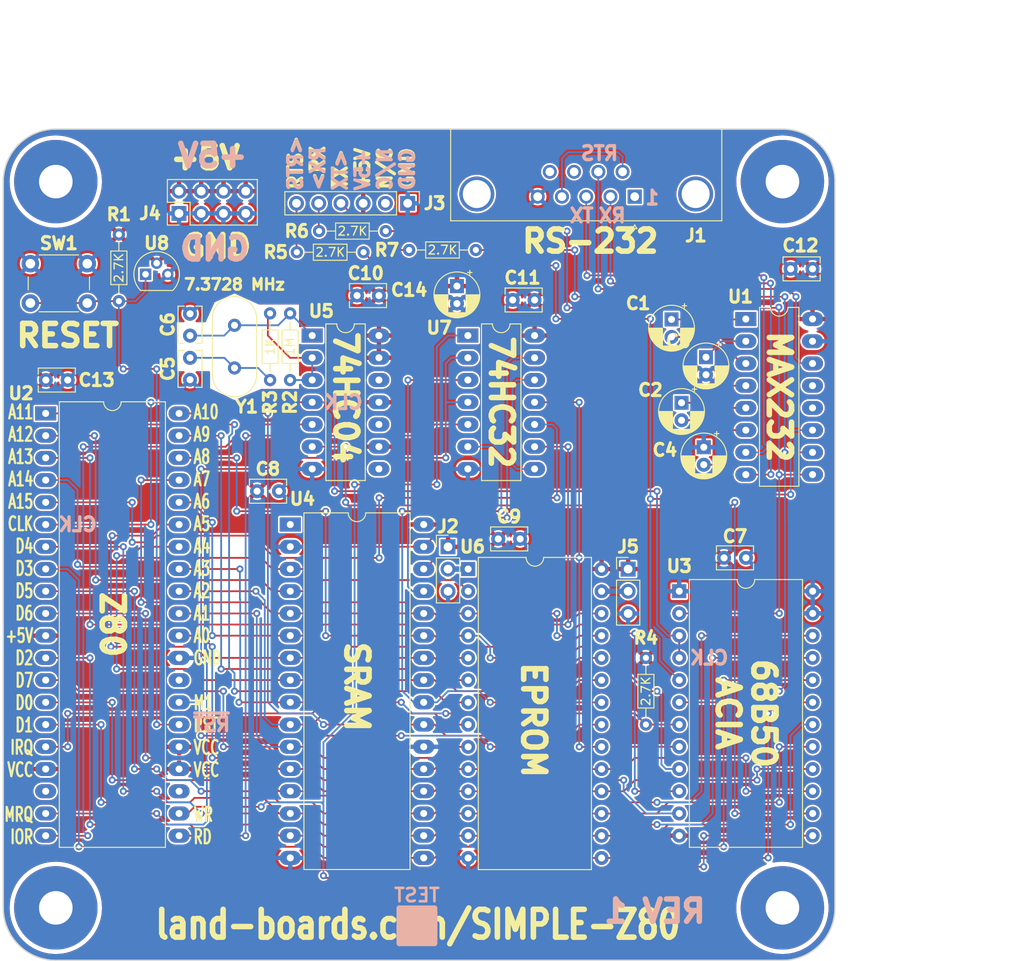
<source format=kicad_pcb>
(kicad_pcb (version 20221018) (generator pcbnew)
  (title_block (title "SIMPLE-Z80") (date "2022-09-12") (rev "1") (company "land-boards.com"))
  (layers (0 "F.Cu" signal) (31 "B.Cu" signal) (34 "B.Paste" user) (35 "F.Paste" user) (36 "B.SilkS" user "B.Silkscreen") (37 "F.SilkS" user "F.Silkscreen") (38 "B.Mask" user) (39 "F.Mask" user) (44 "Edge.Cuts" user))
  (net 0 "")
  (net 1 "GND")
  (net 2 "/CPUA11")
  (net 3 "/CPUA12")
  (net 4 "/CPUA13")
  (net 5 "/CPUA14")
  (net 6 "/CPUA15")
  (net 7 "/CPUD4")
  (net 8 "/CPUD3")
  (net 9 "/CPUD5")
  (net 10 "/CPUD6")
  (net 11 "/CPUA0")
  (net 12 "/CPUA1")
  (net 13 "/CPUD2")
  (net 14 "/CPUA2")
  (net 15 "/CPUD7")
  (net 16 "/CPUA3")
  (net 17 "/CPUD0")
  (net 18 "/CPUA4")
  (net 19 "/CPUD1")
  (net 20 "/CPUA5")
  (net 21 "/CPUA6")
  (net 22 "/CPUA7")
  (net 23 "/CPUA8")
  (net 24 "/CPUA9")
  (net 25 "/CPUA10")
  (net 26 "/CPUCLK")
  (net 27 "VCC")
  (net 28 "/~{CPURESB}")
  (net 29 "Net-(U1-C1+)")
  (net 30 "Net-(U1-C1-)")
  (net 31 "Net-(U1-C2+)")
  (net 32 "Net-(U1-C2-)")
  (net 33 "Net-(U1-VS+)")
  (net 34 "Net-(C6-Pad1)")
  (net 35 "Net-(C5-Pad1)")
  (net 36 "Net-(R2-Pad2)")
  (net 37 "/IRQ*")
  (net 38 "Net-(U1-VS-)")
  (net 39 "/UART_RX")
  (net 40 "/UART_TX")
  (net 41 "/RTS*")
  (net 44 "/EE_PIN1")
  (net 45 "/CPUMREQ*")
  (net 46 "/CPUIORQ*")
  (net 47 "/CPURD*")
  (net 48 "/CPUWR*")
  (net 51 "Net-(J1-Pad4)")
  (net 56 "/CPUM1")
  (net 57 "/F_TX")
  (net 58 "/F_RX")
  (net 59 "/RS_RX")
  (net 60 "/RS_TX")
  (net 61 "/RS_RTS*")
  (net 63 "/IORQ")
  (net 65 "/MEMRD*")
  (net 66 "/MEMWR*")
  (net 67 "/ROM0RAM1")
  (net 71 "Net-(U7-Pad12)")
  (net 72 "/EE_PIN27")
  (net 73 "/F-RTS*")
  (footprint "Connector_Dsub:DSUB-9_Male_Horizontal_P2.77x2.84mm_EdgePinOffset4.94mm_Housed_MountingHolesOffset7.48mm" (layer "F.Cu") (at 161.277 52.069844 180)
    (fp_text reference "J1")
    (fp_text value "DB9_Male")
  )
  (footprint "Package_DIP:DIP-16_W7.62mm_LongPads" (layer "F.Cu") (at 173.967 66.054844)
    (fp_text reference "U1")
    (fp_text value "MAX232")
  )
  (footprint "Capacitor_THT:C_Rect_L4.0mm_W2.5mm_P2.50mm" (layer "F.Cu") (at 120.642 85.729844 180)
    (fp_text reference "C8")
    (fp_text value "0.1uF")
  )
  (footprint "Resistor_THT:R_Axial_DIN0204_L3.6mm_D1.6mm_P7.62mm_Horizontal" (layer "F.Cu") (at 119.626 73.029844 90)
    (fp_text reference "R3")
    (fp_text value "1K")
  )
  (footprint "Resistor_THT:R_Axial_DIN0204_L3.6mm_D1.6mm_P7.62mm_Horizontal" (layer "F.Cu") (at 102.354 56.392844 -90)
    (fp_text reference "R1")
    (fp_text value "2.7K")
  )
  (footprint "Capacitor_THT:C_Rect_L4.0mm_W2.5mm_P2.50mm" (layer "F.Cu") (at 96.512 73.029844 180)
    (fp_text reference "C13")
    (fp_text value "0.1uF")
  )
  (footprint "LandBoards_MountHoles:MTG-6-32" (layer "F.Cu") (at 95.15 50.35)
    (fp_text reference "MTG1" hide)
    (fp_text value "MTG_HOLE" hide)
  )
  (footprint "Resistor_THT:R_Axial_DIN0204_L3.6mm_D1.6mm_P7.62mm_Horizontal" (layer "F.Cu") (at 162.552 104.779844 -90)
    (fp_text reference "R4")
    (fp_text value "2.7K")
  )
  (footprint "Capacitor_THT:C_Rect_L4.0mm_W2.5mm_P2.50mm" (layer "F.Cu") (at 129.56 63.373)
    (fp_text reference "C10")
    (fp_text value "0.1uF")
  )
  (footprint "Resistor_THT:R_Axial_DIN0204_L3.6mm_D1.6mm_P7.62mm_Horizontal" (layer "F.Cu") (at 130.302 58.42 180)
    (fp_text reference "R5")
    (fp_text value "2.7K")
  )
  (footprint "Package_DIP:DIP-14_W7.62mm_LongPads" (layer "F.Cu") (at 124.437 67.944844)
    (fp_text reference "U5")
    (fp_text value "74HCT04")
  )
  (footprint "Connector_PinHeader_2.54mm:PinHeader_2x04_P2.54mm_Vertical" (layer "F.Cu") (at 109.222 53.984844 90)
    (fp_text reference "J4")
    (fp_text value "HEADER, STRT, 2X4")
  )
  (footprint "Capacitor_THT:C_Rect_L4.0mm_W2.5mm_P2.50mm" (layer "F.Cu") (at 148.189 91.186 180)
    (fp_text reference "C9")
    (fp_text value "0.1uF")
  )
  (footprint "LandBoards_Marking:TEST_BLK-REAR" (layer "F.Cu") (at 136.4 135.4)
    (fp_text reference "TEST")
    (fp_text value "COUPON" hide)
  )
  (footprint "Capacitor_THT:C_Rect_L4.0mm_W2.5mm_P2.50mm" (layer "F.Cu") (at 110.482 70.489844 -90)
    (fp_text reference "C5")
    (fp_text value "22pF")
  )
  (footprint "Package_DIP:DIP-40_W15.24mm_LongPads" (layer "F.Cu") (at 93.992 76.844844)
    (fp_text reference "U2")
    (fp_text value "Z80CPU")
  )
  (footprint "Capacitor_THT:CP_Radial_D5.0mm_P2.00mm" (layer "F.Cu") (at 165.481 66.100888 -90)
    (fp_text reference "C1")
    (fp_text value "1uF")
  )
  (footprint "Capacitor_THT:C_Rect_L4.0mm_W2.5mm_P2.50mm" (layer "F.Cu") (at 110.482 67.949844 90)
    (fp_text reference "C6")
    (fp_text value "22pF")
  )
  (footprint "Package_DIP:DIP-24_W15.24mm" (layer "F.Cu") (at 166.362 97.159844)
    (fp_text reference "U3")
    (fp_text value "MC68B50")
  )
  (footprint "Capacitor_THT:CP_Radial_D5.0mm_P2.00mm" (layer "F.Cu") (at 166.624 75.625888 -90)
    (fp_text reference "C2")
    (fp_text value "1uF")
  )
  (footprint "Capacitor_THT:C_Rect_L4.0mm_W2.5mm_P2.50mm" (layer "F.Cu") (at 179.09 60.325)
    (fp_text reference "C12")
    (fp_text value "0.1uF")
  )
  (footprint "LandBoards_MountHoles:MTG-6-32" (layer "F.Cu") (at 95.15 133.35)
    (fp_text reference "MTG3" hide)
    (fp_text value "MTG_HOLE" hide)
  )
  (footprint "Connector_PinHeader_2.54mm:PinHeader_1x06_P2.54mm_Vertical" (layer "F.Cu") (at 135.342 52.829844 -90)
    (fp_text reference "J3")
    (fp_text value "HEADER, STRT, 1X6")
  )
  (footprint "Package_TO_SOT_THT:TO-92" (layer "F.Cu") (at 105.402 60.943844)
    (fp_text reference "U8")
    (fp_text value "DS1813-5 (OPT)")
  )
  (footprint "Package_DIP:DIP-32_W15.24mm_LongPads" (layer "F.Cu") (at 121.932 89.539844)
    (fp_text reference "U4")
    (fp_text value "AS6C1008-55PCN")
  )
  (footprint "Button_Switch_THT:SW_PUSH_6mm_H8.5mm" (layer "F.Cu") (at 92.246 59.730844)
    (fp_text reference "SW1")
    (fp_text value "PUSHBUTTON, 6MM")
  )
  (footprint "Package_DIP:DIP-28_W15.24mm" (layer "F.Cu") (at 142.252 94.629844)
    (fp_text reference "U6")
    (fp_text value "27C512")
  )
  (footprint "LandBoards_MountHoles:MTG-6-32" (layer "F.Cu") (at 178.15 50.35)
    (fp_text reference "MTG4" hide)
    (fp_text value "MTG_HOLE" hide)
  )
  (footprint "Capacitor_THT:C_Rect_L4.0mm_W2.5mm_P2.50mm" (layer "F.Cu") (at 147.34 63.881)
    (fp_text reference "C11")
    (fp_text value "0.1uF")
  )
  (footprint "Resistor_THT:R_Axial_DIN0204_L3.6mm_D1.6mm_P7.62mm_Horizontal" (layer "F.Cu") (at 143.129 58.166 180)
    (fp_text reference "R7")
    (fp_text value "2.7K")
  )
  (footprint "Connector_PinHeader_2.54mm:PinHeader_1x03_P2.54mm_Vertical" (layer "F.Cu") (at 139.954 92.09)
    (fp_text reference "J2")
    (fp_text value "JUMPER (1X3)")
  )
  (footprint "LandBoards_MountHoles:MTG-6-32" (layer "F.Cu") (at 178.15 133.35)
    (fp_text reference "MTG2" hide)
    (fp_text value "MTG_HOLE" hide)
  )
  (footprint "Capacitor_THT:CP_Radial_D5.0mm_P2.00mm" (layer "F.Cu") (at 140.97 62.290888 -90)
    (fp_text reference "C14")
    (fp_text value "47uF")
  )
  (footprint "Capacitor_THT:CP_Radial_D5.0mm_P2.00mm" (layer "F.Cu") (at 169.164 80.705888 -90)
    (fp_text reference "C4")
    (fp_text value "1uF")
  )
  (footprint "Resistor_THT:R_Axial_DIN0204_L3.6mm_D1.6mm_P7.62mm_Horizontal" (layer "F.Cu") (at 121.912 65.409844 -90)
    (fp_text reference "R2")
    (fp_text value "1M")
  )
  (footprint "Package_DIP:DIP-14_W7.62mm_LongPads" (layer "F.Cu") (at 142.217 67.944844)
    (fp_text reference "U7")
    (fp_text value "74HC32")
  )
  (footprint "Resistor_THT:R_Axial_DIN0204_L3.6mm_D1.6mm_P7.62mm_Horizontal" (layer "F.Cu") (at 132.842 56.007 180)
    (fp_text reference "R6")
    (fp_text value "2.7K")
  )
  (footprint "Crystal:Crystal_HC49-4H_Vertical" (layer "F.Cu") (at 115.562 66.769844 -90)
    (fp_text reference "Y1")
    (fp_text value "7.3728 MHz")
  )
  (footprint "Capacitor_THT:C_Rect_L4.0mm_W2.5mm_P2.50mm" (layer "F.Cu") (at 173.982 93.349844 180)
    (fp_text reference "C7")
    (fp_text value "0.1uF")
  )
  (footprint "Connector_PinHeader_2.54mm:PinHeader_1x03_P2.54mm_Vertical" (layer "F.Cu") (at 160.528 94.63)
    (fp_text reference "J5")
    (fp_text value "JUMPER (1X3)")
  )
  (footprint "Capacitor_THT:CP_Radial_D5.0mm_P2.00mm" (layer "F.Cu") (at 169.418 70.418888 -90)
    (fp_text reference "C3")
    (fp_text value "1uF")
  )
  (gr_line (start 178.15 139.35) (end 95.15 139.35) (stroke (width 0.15)) (layer "Edge.Cuts"))
  (gr_arc (start 89.15 50.35) (mid 90.907359 46.107359) (end 95.15 44.35) (stroke (width 0.15)) (layer "Edge.Cuts"))
  (gr_line (start 95.15 44.35) (end 178.15 44.35) (stroke (width 0.15)) (layer "Edge.Cuts"))
  (gr_arc (start 178.15 44.35) (mid 182.392641 46.107359) (end 184.15 50.35) (stroke (width 0.15)) (layer "Edge.Cuts"))
  (gr_arc (start 184.15 133.35) (mid 182.392641 137.592641) (end 178.15 139.35) (stroke (width 0.15)) (layer "Edge.Cuts"))
  (gr_line (start 184.15 50.35) (end 184.15 133.35) (stroke (width 0.15)) (layer "Edge.Cuts"))
  (gr_arc (start 95.15 139.35) (mid 90.907359 137.592641) (end 89.15 133.35) (stroke (width 0.15)) (layer "Edge.Cuts"))
  (gr_line (start 89.15 133.35) (end 89.15 50.35) (stroke (width 0.15)) (layer "Edge.Cuts"))
  (gr_text "RTS" (at 154.932 47.121844) (layer "B.SilkS") (effects (font (size 1.5875 1.524) (thickness 0.381)) (justify right mirror)))
  (gr_text "+5V" (at 117.34 47.375844) (layer "B.SilkS") (effects (font (size 2.54 2.54) (thickness 0.635)) (justify left mirror)))
  (gr_text "TX" (at 153.662 54.233844) (layer "B.SilkS") (effects (font (size 1.5875 1.524) (thickness 0.381)) (justify right mirror)))
  (gr_text "<RTS\nRX>\n<TX\n+5V\nN/C\nGND" (at 128.905 51.562 90) (layer "B.SilkS") (effects (font (size 1.5875 1.524) (thickness 0.381)) (justify right mirror)))
  (gr_text "~{RST}" (at 110.617 112.395) (layer "B.SilkS") (effects (font (size 1.5875 1.524) (thickness 0.381)) (justify right mirror)))
  (gr_text "CLK" (at 167.386 104.775) (layer "B.SilkS") (effects (font (size 1.5875 1.524) (thickness 0.381)) (justify right mirror)))
  (gr_text "RX" (at 156.964 54.233844) (layer "B.SilkS") (effects (font (size 1.5875 1.524) (thickness 0.381)) (justify right mirror)))
  (gr_text "CLK" (at 125.603 75.565) (layer "B.SilkS") (effects (font (size 1.5875 1.524) (thickness 0.381)) (justify right mirror)))
  (gr_text "REV 1" (at 157.472 133.735844) (layer "B.SilkS") (effects (font (size 2.54 2.54) (thickness 0.635)) (justify right mirror)))
  (gr_text "GND" (at 117.594 58.043844) (layer "B.SilkS") (effects (font (size 2.54 2.54) (thickness 0.635)) (justify left mirror)))
  (gr_text "1" (at 162.298 52.201844) (layer "B.SilkS") (effects (font (size 1.5875 1.524) (thickness 0.381)) (justify right mirror)))
  (gr_text "CLK" (at 95.25 89.535) (layer "B.SilkS") (effects (font (size 1.5875 1.524) (thickness 0.381)) (justify right mirror)))
  (gr_text "74HC04" (at 128.262 75.056844 270) (layer "F.SilkS") (effects (font (size 2.54 2.54) (thickness 0.635))))
  (gr_text "land-boards.com/SIMPLE-Z80" (at 136.517 135.259844) (layer "F.SilkS") (effects (font (size 3.175 2.54) (thickness 0.635))))
  (gr_text "74HC32" (at 146.042 75.564844 270) (layer "F.SilkS") (effects (font (size 2.54 2.54) (thickness 0.635))))
  (gr_text "SRAM" (at 129.532 108.081844 270) (layer "F.SilkS") (effects (font (size 2.54 2.54) (thickness 0.635))))
  (gr_text "7.3728 MHz" (at 115.562 62.107844) (layer "F.SilkS") (effects (font (size 1.27 1.27) (thickness 0.3175))))
  (gr_text "RS-232" (at 156.202 57.154844) (layer "F.SilkS") (effects (font (size 2.54 2.54) (thickness 0.635))))
  (gr_text "GND" (at 109.212 57.789844) (layer "F.SilkS") (effects (font (size 2.54 2.54) (thickness 0.635)) (justify left)))
  (gr_text "EPROM" (at 149.733 111.887 270) (layer "F.SilkS") (effects (font (size 2.54 2.54) (thickness 0.635))))
  (gr_text "MAX232" (at 177.792 74.934844 270) (layer "F.SilkS") (effects (font (size 2.54 2.54) (thickness 0.635))))
  (gr_text "+5V" (at 107.942 47.629844) (layer "F.SilkS") (effects (font (size 2.54 2.54) (thickness 0.635)) (justify left)))
  (gr_text "68B50\nACIA" (at 173.982 111.129844 270) (layer "F.SilkS") (effects (font (size 2.54 2.54) (thickness 0.635))))
  (gr_text "Z80" (at 101.592 100.969844 270) (layer "F.SilkS") (effects (font (size 2.54 2.54) (thickness 0.635))))
  (gr_text "RTS>\n<RX\nTX>\n+5V\nN/C\nGND" (at 128.897 51.439844 90) (layer "F.SilkS") (effects (font (size 1.5875 1.524) (thickness 0.381)) (justify left)))
  (gr_text "A11\nA12\nA13\nA14\nA15\nCLK\nD4\nD3\nD5\nD6\n+5V\nD2\nD7\nD0\nD1\nIRQ\nVCC\n\nMRQ\nIOR" (at 92.71 100.965) (layer "F.SilkS") (effects (font (size 1.5875 1.016) (thickness 0.254)) (justify right)))
  (gr_text "RESET" (at 96.512 67.949844) (layer "F.SilkS") (effects (font (size 2.54 2.54) (thickness 0.635))))
  (gr_text "A10\nA9\nA8\nA7\nA6\nA5\nA4\nA3\nA2\nA1\nA0\nGND\n\nM1\nRST\nVCC\nVCC\n\nWR\nRD" (at 110.744 100.965) (layer "F.SilkS") (effects (font (size 1.5875 1.016) (thickness 0.254)) (justify left)))
  (segment (start 154.942 107.329844) (end 157.492 107.329844) (width 0.2032) (layer "F.Cu") (net 2))
  (segment (start 124.452 108.589844) (end 115.562 108.589844) (width 0.2032) (layer "F.Cu") (net 2))
  (segment (start 125.722 107.319844) (end 124.452 108.589844) (width 0.2032) (layer "F.Cu") (net 2))
  (segment (start 138.93 107.827844) (end 140.2 107.827844) (width 0.2032) (layer "F.Cu") (net 2))
  (segment (start 140.2 107.827844) (end 140.962 108.589844) (width 0.2032) (layer "F.Cu") (net 2))
  (segment (start 137.172 107.319844) (end 138.422 107.319844) (width 0.2032) (layer "F.Cu") (net 2))
  (segment (start 115.562 78.109844) (end 97.782 78.109844) (width 0.2032) (layer "F.Cu") (net 2))
  (segment (start 153.662 108.589844) (end 154.932 107.319844) (width 0.2032) (layer "F.Cu") (net 2))
  (segment (start 140.962 108.589844) (end 153.662 108.589844) (width 0.2032) (layer "F.Cu") (net 2))
  (segment (start 96.507 76.844844) (end 93.992 76.844844) (width 0.2032) (layer "F.Cu") (net 2))
  (segment (start 97.782 78.109844) (end 96.512 76.839844) (width 0.2032) (layer "F.Cu") (net 2))
  (segment (start 138.422 107.319844) (end 138.93 107.827844) (width 0.2032) (layer "F.Cu") (net 2))
  (segment (start 137.172 107.319844) (end 125.722 107.319844) (width 0.2032) (layer "F.Cu") (net 2))
  (segment (start 96.512 76.839844) (end 96.507 76.844844) (width 0.2032) (layer "F.Cu") (net 2))
  (segment (start 154.932 107.319844) (end 154.942 107.329844) (width 0.2032) (layer "F.Cu") (net 2))
  (via (at 115.562 108.589844) (size 0.8) (drill 0.4) (layers "F.Cu" "B.Cu") (net 2))
  (via (at 115.562 78.109844) (size 0.8) (drill 0.4) (layers "F.Cu" "B.Cu") (net 2))
  (segment (start 115.562 78.109844) (end 115.308 78.363844) (width 0.2032) (layer "B.Cu") (net 2))
  (segment (start 115.562 108.589844) (end 115.562 106.520822) (width 0.2032) (layer "B.Cu") (net 2))
  (segment (start 115.308 79.125844) (end 114.945511 79.488333) (width 0.2032) (layer "B.Cu") (net 2))
  (segment (start 115.562 106.520822) (end 114.945511 105.904333) (width 0.2032) (layer "B.Cu") (net 2))
  (segment (start 114.945511 79.488333) (end 114.945511 105.904333) (width 0.2032) (layer "B.Cu") (net 2))
  (segment (start 115.308 78.363844) (end 115.308 79.125844) (width 0.2032) (layer "B.Cu") (net 2))
  (segment (start 140.967156 95.885) (end 142.252 97.169844) (width 0.2032) (layer "F.Cu") (net 3))
  (segment (start 99.56 79.379844) (end 99.555 79.384844) (width 0.2032) (layer "F.Cu") (net 3))
  (segment (start 121.932 97.159844) (end 119.88 97.159844) (width 0.2032) (layer "F.Cu") (net 3))
  (segment (start 137.541 95.885) (end 140.967156 95.885) (width 0.2032) (layer "F.Cu") (net 3))
  (segment (start 99.56 95.889844) (end 118.61 95.889844) (width 0.2032) (layer "F.Cu") (net 3))
  (segment (start 137.536156 95.889844) (end 125.722 95.889844) (width 0.2032) (layer "F.Cu") (net 3))
  (segment (start 125.722 95.889844) (end 124.452 97.159844) (width 0.2032) (layer "F.Cu") (net 3))
  (segment (start 124.452 97.159844) (end 121.932 97.159844) (width 0.2032) (layer "F.Cu") (net 3))
  (segment (start 99.555 79.384844) (end 93.992 79.384844) (width 0.2032) (layer "F.Cu") (net 3))
  (segment (start 137.536156 95.889844) (end 137.541 95.885) (width 0.2032) (layer "F.Cu") (net 3))
  (segment (start 118.61 95.889844) (end 119.88 97.159844) (width 0.2032) (layer "F.Cu") (net 3))
  (via (at 99.7055 95.889844) (size 0.8) (drill 0.4) (layers "F.Cu" "B.Cu") (net 3))
  (via (at 99.56 79.379844) (size 0.8) (drill 0.4) (layers "F.Cu" "B.Cu") (net 3))
  (segment (start 99.7055 79.525344) (end 99.56 79.379844) (width 0.2032) (layer "B.Cu") (net 3))
  (segment (start 99.7055 95.889844) (end 99.7055 79.525344) (width 0.2032) (layer "B.Cu") (net 3))
  (segment (start 125.722 99.699844) (end 124.452 100.969844) (width 0.2032) (layer "F.Cu") (net 4))
  (segment (start 137.172 99.699844) (end 125.722 99.699844) (width 0.2032) (layer "F.Cu") (net 4))
  (segment (start 153.657 80.644844) (end 153.662 80.649844) (width 0.2032) (layer "F.Cu") (net 4))
  (segment (start 99.052 81.919844) (end 99.047 81.924844) (width 0.2032) (layer "F.Cu") (net 4))
  (segment (start 99.052 100.969844) (end 124.452 100.969844) (width 0.2032) (layer "F.Cu") (net 4))
  (segment (start 153.662 100.969844) (end 154.932 99.699844) (width 0.2032) (layer "F.Cu") (net 4))
  (segment (start 149.837 80.644844) (end 153.657 80.644844) (width 0.2032) (layer "F.Cu") (net 4))
  (segment (start 137.172 99.699844) (end 138.422 99.699844) (width 0.2032) (layer "F.Cu") (net 4))
  (segment (start 99.047 81.924844) (end 93.992 81.924844) (width 0.2032) (layer "F.Cu") (net 4))
  (segment (start 154.932 99.699844) (end 154.942 99.709844) (width 0.2032) (layer "F.Cu") (net 4))
  (segment (start 139.692 100.969844) (end 153.662 100.969844) (width 0.2032) (layer "F.Cu") (net 4))
  (segment (start 138.422 99.699844) (end 139.692 100.969844) (width 0.2032) (layer "F.Cu") (net 4))
  (segment (start 154.942 99.709844) (end 157.492 99.709844) (width 0.2032) (layer "F.Cu") (net 4))
  (via (at 99.052 81.919844) (size 0.8) (drill 0.4) (layers "F.Cu" "B.Cu") (net 4))
  (via (at 153.662 80.649844) (size 0.8) (drill 0.4) (layers "F.Cu" "B.Cu") (net 4))
  (via (at 99.052 100.969844) (size 0.8) (drill 0.4) (layers "F.Cu" "B.Cu") (net 4))
  (via (at 153.662 100.969844) (size 0.8) (drill 0.4) (layers "F.Cu" "B.Cu") (net 4))
  (segment (start 99.052 100.969844) (end 99.052 81.919844) (width 0.2032) (layer "B.Cu") (net 4))
  (segment (start 153.662 100.969844) (end 153.662 80.649844) (width 0.2032) (layer "B.Cu") (net 4))
  (segment (start 97.782 94.111844) (end 97.6365 94.111844) (width 0.2032) (layer "F.Cu") (net 5))
  (segment (start 124.452 94.619844) (end 125.722 93.349844) (width 0.2032) (layer "F.Cu") (net 5))
  (segment (start 119.88 94.619844) (end 124.452 94.619844) (width 0.2032) (layer "F.Cu") (net 5))
  (segment (start 118.61 93.349844) (end 119.88 94.619844) (width 0.2032) (layer "F.Cu") (net 5))
  (segment (start 98.036 94.365844) (end 97.782 94.111844) (width 0.2032) (layer "F.Cu") (net 5))
  (segment (start 103.37 94.365844) (end 98.036 94.365844) (width 0.2032) (layer "F.Cu") (net 5))
  (segment (start 118.61 93.349844) (end 104.386 93.349844) (width 0.2032) (layer "F.Cu") (net 5))
  (segment (start 132.08 86.487) (end 152.4 86.487) (width 0.2032) (layer "F.Cu") (net 5))
  (segment (start 125.722 93.349844) (end 132.084844 93.349844) (width 0.2032) (layer "F.Cu") (net 5))
  (segment (start 104.386 93.349844) (end 103.37 94.365844) (width 0.2032) (layer "F.Cu") (net 5))
  (via (at 132.08 86.487) (size 0.8) (drill 0.4) (layers "F.Cu" "B.Cu") (net 5))
  (via (at 97.6365 94.111844) (size 0.8) (drill 0.4) (layers "F.Cu" "B.Cu") (net 5))
  (via (at 132.084844 93.349844) (size 0.8) (drill 0.4) (layers "F.Cu" "B.Cu") (net 5))
  (via (at 152.4 86.487) (size 0.8) (drill 0.4) (layers "F.Cu" "B.Cu") (net 5))
  (segment (start 97.6365 94.111844) (end 97.6365 85.584344) (width 0.2032) (layer "B.Cu") (net 5))
  (segment (start 96.517 84.464844) (end 93.992 84.464844) (width 0.2032) (layer "B.Cu") (net 5))
  (segment (start 151.879 78.104844) (end 149.837 78.104844) (width 0.2032) (layer "B.Cu") (net 5))
  (segment (start 152.392 78.617844) (end 151.879 78.104844) (width 0.2032) (layer "B.Cu") (net 5))
  (segment (start 97.6365 85.584344) (end 96.517 84.464844) (width 0.2032) (layer "B.Cu") (net 5))
  (segment (start 132.08 86.487) (end 132.08 93.345) (width 0.2032) (layer "B.Cu") (net 5))
  (segment (start 152.392 78.617844) (end 152.392 86.479) (width 0.2032) (layer "B.Cu") (net 5))
  (segment (start 152.392 86.479) (end 152.4 86.487) (width 0.2032) (layer "B.Cu") (net 5))
  (segment (start 132.08 93.345) (end 132.084844 93.349844) (width 0.2032) (layer "B.Cu") (net 5))
  (segment (start 146.6955 88.7625) (end 140.489344 88.7625) (width 0.2032) (layer "F.Cu") (net 6))
  (segment (start 117.594 90.809844) (end 120.134 93.349844) (width 0.2032) (layer "F.Cu") (net 6))
  (segment (start 105.904216 91.571844) (end 106.666216 90.809844) (width 0.2032) (layer "F.Cu") (net 6))
  (segment (start 124.706 92.079844) (end 123.436 93.349844) (width 0.2032) (layer "F.Cu") (net 6))
  (segment (start 120.134 93.349844) (end 123.436 93.349844) (width 0.2032) (layer "F.Cu") (net 6))
  (segment (start 117.594 90.809844) (end 106.666216 90.809844) (width 0.2032) (layer "F.Cu") (net 6))
  (segment (start 93.992 87.004844) (end 103.873 87.004844) (width 0.2032) (layer "F.Cu") (net 6))
  (segment (start 103.873 87.004844) (end 103.878 86.999844) (width 0.2032) (layer "F.Cu") (net 6))
  (segment (start 137.172 92.079844) (end 124.706 92.079844) (width 0.2032) (layer "F.Cu") (net 6))
  (segment (start 105.904216 91.571844) (end 103.878 91.571844) (width 0.2032) (layer "F.Cu") (net 6))
  (segment (start 137.172 92.079844) (end 140.489344 88.7625) (width 0.2032) (layer "F.Cu") (net 6))
  (via (at 103.878 86.999844) (size 0.8) (drill 0.4) (layers "F.Cu" "B.Cu") (net 6))
  (via (at 103.878 91.571844) (size 0.8) (drill 0.4) (layers "F.Cu" "B.Cu") (net 6))
  (via (at 146.6955 88.7625) (size 0.8) (drill 0.4) (layers "F.Cu" "B.Cu") (net 6))
  (segment (start 149.837 70.484844) (end 147.317 70.484844) (width 0.2032) (layer "B.Cu") (net 6))
  (segment (start 103.878 91.571844) (end 103.878 86.999844) (width 0.2032) (layer "B.Cu") (net 6))
  (segment (start 147.317 70.484844) (end 146.6955 71.106344) (width 0.2032) (layer "B.Cu") (net 6))
  (segment (start 146.6955 71.106344) (end 146.6955 88.7625) (width 0.2032) (layer "B.Cu") (net 6))
  (segment (start 153.662 123.829844) (end 154.942 125.109844) (width 0.2032) (layer "F.Cu") (net 7))
  (segment (start 111.752 122.559844) (end 119.372 122.559844) (width 0.2032) (layer "F.Cu") (net 7))
  (segment (start 93.992 92.084844) (end 102.857 92.084844) (width 0.2032) (layer "F.Cu") (net 7))
  (segment (start 120.642 123.829844) (end 119.372 122.559844) (width 0.2032) (layer "F.Cu") (net 7))
  (segment (start 124.452 123.829844) (end 120.642 123.829844) (width 0.2032) (layer "F.Cu") (net 7))
  (segment (start 165.092 123.829844) (end 179.062 123.829844) (width 0.2032) (layer "F.Cu") (net 7))
  (segment (start 106.672 120.019844) (end 102.862 120.019844) (width 0.2032) (layer "F.Cu") (net 7))
  (segment (start 163.812 125.109844) (end 165.092 123.829844) (width 0.2032) (layer "F.Cu") (net 7))
  (segment (start 137.172 125.099844) (end 125.722 125.099844) (width 0.2032) (layer "F.Cu") (net 7))
  (segment (start 139.692 123.829844) (end 153.662 123.829844) (width 0.2032) (layer "F.Cu") (net 7))
  (segment (start 125.722 125.099844) (end 124.452 123.829844) (width 0.2032) (layer "F.Cu") (net 7))
  (segment (start 137.172 125.099844) (end 138.422 125.099844) (width 0.2032) (layer "F.Cu") (net 7))
  (segment (start 154.942 125.109844) (end 157.492 125.109844) (width 0.2032) (layer "F.Cu") (net 7))
  (segment (start 102.857 92.084844) (end 102.862 92.079844) (width 0.2032) (layer "F.Cu") (net 7))
  (segment (start 157.492 125.109844) (end 163.812 125.109844) (width 0.2032) (layer "F.Cu") (net 7))
  (segment (start 138.422 125.099844) (end 139.692 123.829844) (width 0.2032) (layer "F.Cu") (net 7))
  (via (at 111.752 122.559844) (size 0.8) (drill 0.4) (layers "F.Cu" "B.Cu") (net 7))
  (via (at 102.862 92.079844) (size 0.8) (drill 0.4) (layers "F.Cu" "B.Cu") (net 7))
  (via (at 102.862 120.019844) (size 0.8) (drill 0.4) (layers "F.Cu" "B.Cu") (net 7))
  (via (at 106.672 120.019844) (size 0.8) (drill 0.4) (layers "F.Cu" "B.Cu") (net 7))
  (via (at 179.062 123.829844) (size 0.8) (drill 0.4) (layers "F.Cu" "B.Cu") (net 7))
  (segment (start 107.942 121.289844) (end 106.672 120.019844) (width 0.2032) (layer "B.Cu") (net 7))
  (segment (start 110.482 121.289844) (end 107.942 121.289844) (width 0.2032) (layer "B.Cu") (net 7))
  (segment (start 179.062 123.829844) (end 179.062 113.669844) (width 0.2032) (layer "B.Cu") (net 7))
  (segment (start 180.332 112.399844) (end 181.602 112.399844) (width 0.2032) (layer "B.Cu") (net 7))
  (segment (start 102.862 120.019844) (end 102.862 92.079844) (width 0.2032) (layer "B.Cu") (net 7))
  (segment (start 111.752 122.559844) (end 110.482 121.289844) (width 0.2032) (layer "B.Cu") (net 7))
  (segment (start 179.062 113.669844) (end 180.332 112.399844) (width 0.2032) (layer "B.Cu") (net 7))
  (segment (start 124.452 126.369844) (end 125.722 127.639844) (width 0.2032) (layer "F.Cu") (net 8))
  (segment (start 181.602 109.859844) (end 177.792 109.859844) (width 0.2032) (layer "F.Cu") (net 8))
  (segment (start 125.722 127.639844) (end 137.172 127.639844) (width 0.2032) (layer "F.Cu") (net 8))
  (segment (start 137.172 127.639844) (end 138.422 127.639844) (width 0.2032) (layer "F.Cu") (net 8))
  (segment (start 153.662 126.369844) (end 154.942 127.649844) (width 0.2032) (layer "F.Cu") (net 8))
  (segment (start 157.492 127.649844) (end 176.512 127.649844) (width 0.2032) (layer "F.Cu") (net 8))
  (segment (start 177.792 109.859844) (end 176.522 111.129844) (width 0.2032) (layer "F.Cu") (net 8))
  (segment (start 97.782 126.369844) (end 124.452 126.369844) (width 0.2032) (layer "F.Cu") (net 8))
  (segment (start 154.942 127.649844) (end 157.492 127.649844) (width 0.2032) (layer "F.Cu") (net 8))
  (segment (start 139.692 126.369844) (end 153.662 126.369844) (width 0.2032) (layer "F.Cu") (net 8))
  (segment (start 138.422 127.639844) (end 139.692 126.369844) (width 0.2032) (layer "F.Cu") (net 8))
  (segment (start 176.512 127.649844) (end 176.522 127.639844) (width 0.2032) (layer "F.Cu") (net 8))
  (via (at 176.522 111.129844) (size 0.8) (drill 0.4) (layers "F.Cu" "B.Cu") (net 8))
  (via (at 97.782 126.369844) (size 0.8) (drill 0.4) (layers "F.Cu" "B.Cu") (net 8))
  (via (at 176.522 127.639844) (size 0.8) (drill 0.4) (layers "F.Cu" "B.Cu") (net 8))
  (segment (start 96.512 94.619844) (end 96.507 94.624844) (width 0.2032) (layer "B.Cu") (net 8))
  (segment (start 96.507 94.624844) (end 93.992 94.624844) (width 0.2032) (layer "B.Cu") (net 8))
  (segment (start 97.782 126.369844) (end 97.782 95.889844) (width 0.2032) (layer "B.Cu") (net 8))
  (segment (start 176.522 127.639844) (end 176.522 111.129844) (width 0.2032) (layer "B.Cu") (net 8))
  (segment (start 97.782 95.889844) (end 96.512 94.619844) (width 0.2032) (layer "B.Cu") (net 8))
  (segment (start 163.812 122.569844) (end 165.092 121.289844) (width 0.2032) (layer "F.Cu") (net 9))
  (segment (start 137.172 122.559844) (end 125.722 122.559844) (width 0.2032) (layer "F.Cu") (net 9))
  (segment (start 177.792 114.939844) (end 181.602 114.939844) (width 0.2032) (layer "F.Cu") (net 9))
  (segment (start 165.092 121.289844) (end 177.792 121.289844) (width 0.2032) (layer "F.Cu") (net 9))
  (segment (start 157.492 122.569844) (end 163.812 122.569844) (width 0.2032) (layer "F.Cu") (net 9))
  (segment (start 139.692 121.289844) (end 153.662 121.289844) (width 0.2032) (layer "F.Cu") (net 9))
  (segment (start 106.672 117.479844) (end 104.132 117.479844) (width 0.2032) (layer "F.Cu") (net 9))
  (segment (start 154.942 122.569844) (end 157.492 122.569844) (width 0.2032) (layer "F.Cu") (net 9))
  (segment (start 138.422 122.559844) (end 139.692 121.289844) (width 0.2032) (layer "F.Cu") (net 9))
  (segment (start 119.372 120.019844) (end 111.752 120.019844) (width 0.2032) (layer "F.Cu") (net 9))
  (segment (start 125.722 122.559844) (end 124.452 121.289844) (width 0.2032) (layer "F.Cu") (net 9))
  (segment (start 124.452 121.289844) (end 120.642 121.289844) (width 0.2032) (layer "F.Cu") (net 9))
  (segment (start 104.127 97.164844) (end 104.132 97.159844) (width 0.2032) (layer "F.Cu") (net 9))
  (segment (start 153.662 121.289844) (end 154.942 122.569844) (width 0.2032) (layer "F.Cu") (net 9))
  (segment (start 93.992 97.164844) (end 104.127 97.164844) (width 0.2032) (layer "F.Cu") (net 9))
  (segment (start 137.172 122.559844) (end 138.422 122.559844) (width 0.2032) (layer "F.Cu") (net 9))
  (segment (start 120.642 121.289844) (end 119.372 120.019844) (width 0.2032) (layer "F.Cu") (net 9))
  (via (at 104.132 97.159844) (size 0.8) (drill 0.4) (layers "F.Cu" "B.Cu") (net 9))
  (via (at 111.752 120.019844) (size 0.8) (drill 0.4) (layers "F.Cu" "B.Cu") (net 9))
  (via (at 177.792 114.939844) (size 0.8) (drill 0.4) (layers "F.Cu" "B.Cu") (net 9))
  (via (at 106.672 117.479844) (size 0.8) (drill 0.4) (layers "F.Cu" "B.Cu") (net 9))
  (via (at 104.132 117.479844) (size 0.8) (drill 0.4) (layers "F.Cu" "B.Cu") (net 9))
  (via (at 177.792 121.289844) (size 0.8) (drill 0.4) (layers "F.Cu" "B.Cu") (net 9))
  (segment (start 111.752 120.019844) (end 110.482 118.749844) (width 0.2032) (layer "B.Cu") (net 9))
  (segment (start 104.132 117.479844) (end 104.132 97.159844) (width 0.2032) (layer "B.Cu") (net 9))
  (segment (start 107.942 118.749844) (end 106.672 117.479844) (width 0.2032) (layer "B.Cu") (net 9))
  (segment (start 110.482 118.749844) (end 107.942 118.749844) (width 0.2032) (layer "B.Cu") (net 9))
  (segment (start 177.792 121.289844) (end 177.792 114.939844) (width 0.2032) (layer "B.Cu") (net 9))
  (segment (start 139.692 118.749844) (end 153.662 118.749844) (width 0.2032) (layer "F.Cu") (net 10))
  (segment (start 111.752 117.479844) (end 110.482 116.209844) (width 0.2032) (layer "F.Cu") (net 10))
  (segment (start 153.662 118.749844) (end 154.942 120.029844) (width 0.2032) (layer "F.Cu") (net 10))
  (segment (start 125.722 120.019844) (end 124.452 118.749844) (width 0.2032) (layer "F.Cu") (net 10))
  (segment (start 160.022 120.029844) (end 157.492 120.029844) (width 0.2032) (layer "F.Cu") (net 10))
  (segment (start 137.172 120.019844) (end 138.422 120.019844) (width 0.2032) (layer "F.Cu") (net 10))
  (segment (start 110.482 116.209844) (end 105.402 116.209844) (width 0.2032) (layer "F.Cu") (net 10))
  (segment (start 105.397 99.704844) (end 93.992 99.704844) (width 0.2032) (layer "F.Cu") (net 10))
  (segment (start 161.302 118.749844) (end 160.022 120.029844) (width 0.2032) (layer "F.Cu") (net 10))
  (segment (start 137.172 120.019844) (end 125.722 120.019844) (width 0.2032) (layer "F.Cu") (net 10))
  (segment (start 105.402 99.699844) (end 105.397 99.704844) (width 0.2032) (layer "F.Cu") (net 10))
  (segment (start 124.452 118.749844) (end 120.642 118.749844) (width 0.2032) (layer "F.Cu") (net 10))
  (segment (start 154.942 120.029844) (end 157.492 120.029844) (width 0.2032) (layer "F.Cu") (net 10))
  (segment (start 175.252 118.749844) (end 161.302 118.749844) (width 0.2032) (layer "F.Cu") (net 10))
  (segment (start 119.372 117.479844) (end 111.752 117.479844) (width 0.2032) (layer "F.Cu") (net 10))
  (segment (start 175.252 117.479844) (end 181.602 117.479844) (width 0.2032) (layer "F.Cu") (net 10))
  (segment (start 120.642 118.749844) (end 119.372 117.479844) (width 0.2032) (layer "F.Cu") (net 10))
  (segment (start 138.422 120.019844) (end 139.692 118.749844) (width 0.2032) (layer "F.Cu") (net 10))
  (via (at 175.252 118.749844) (size 0.8) (drill 0.4) (layers "F.Cu" "B.Cu") (net 10))
  (via (at 105.402 99.699844) (size 0.8) (drill 0.4) (layers "F.Cu" "B.Cu") (net 10))
  (via (at 105.402 116.209844) (size 0.8) (drill 0.4) (layers "F.Cu" "B.Cu") (net 10))
  (via (at 175.252 117.479844) (size 0.8) (drill 0.4) (layers "F.Cu" "B.Cu") (net 10))
  (segment (start 105.402 116.209844) (end 105.402 99.699844) (width 0.2032) (layer "B.Cu") (net 10))
  (segment (start 175.252 118.749844) (end 175.252 117.479844) (width 0.2032) (layer "B.Cu") (net 10))
  (segment (start 154.932 118.749844) (end 160.012 118.749844) (width 0.2032) (layer "F.Cu") (net 11))
  (segment (start 109.232 102.244844) (end 111.757 102.244844) (width 0.2032) (layer "F.Cu") (net 11))
  (segment (start 119.372 116.209844) (end 113.022 116.209844) (width 0.2032) (layer "F.Cu") (net 11))
  (segment (start 138.422 118.749844) (end 125.722 118.749844) (width 0.2032) (layer "F.Cu") (net 11))
  (segment (start 142.252 117.489844) (end 153.672 117.489844) (width 0.2032) (layer "F.Cu") (net 11))
  (segment (start 111.757 102.244844) (end 113.022 103.509844) (width 0.2032) (layer "F.Cu") (net 11))
  (segment (start 142.252 117.489844) (end 139.682 117.489844) (width 0.2032) (layer "F.Cu") (net 11))
  (segment (start 139.682 117.489844) (end 138.422 118.749844) (width 0.2032) (layer "F.Cu") (net 11))
  (segment (start 125.722 118.749844) (end 124.452 117.479844) (width 0.2032) (layer "F.Cu") (net 11))
  (segment (start 120.642 117.479844) (end 119.372 116.209844) (width 0.2032) (layer "F.Cu") (net 11))
  (segment (start 124.452 117.479844) (end 121.932 117.479844) (width 0.2032) (layer "F.Cu") (net 11))
  (segment (start 153.672 117.489844) (end 154.932 118.749844) (width 0.2032) (layer "F.Cu") (net 11))
  (segment (start 121.932 117.479844) (end 120.642 117.479844) (width 0.2032) (layer "F.Cu") (net 11))
  (via (at 113.022 116.209844) (size 0.8) (drill 0.4) (layers "F.Cu" "B.Cu") (net 11))
  (via (at 113.022 103.509844) (size 0.8) (drill 0.4) (layers "F.Cu" "B.Cu") (net 11))
  (via (at 160.012 118.749844) (size 0.8) (drill 0.4) (layers "F.Cu" "B.Cu") (net 11))
  (segment (start 113.022 116.209844) (end 113.022 103.509844) (width 0.2032) (layer "B.Cu") (net 11))
  (segment (start 166.362 122.559844) (end 162.552 122.559844) (width 0.2032) (layer "B.Cu") (net 11))
  (segment (start 162.552 122.559844) (end 160.012 120.019844) (width 0.2032) (layer "B.Cu") (net 11))
  (segment (start 160.012 120.019844) (end 160.012 118.749844) (width 0.2032) (layer "B.Cu") (net 11))
  (segment (start 142.252 114.949844) (end 139.682 114.949844) (width 0.2032) (layer "F.Cu") (net 12))
  (segment (start 118.097 99.704844) (end 118.102 99.699844) (width 0.2032) (layer "F.Cu") (net 12))
  (segment (start 124.452 114.939844) (end 121.932 114.939844) (width 0.2032) (layer "F.Cu") (net 12))
  (segment (start 109.232 99.704844) (end 118.097 99.704844) (width 0.2032) (layer "F.Cu") (net 12))
  (segment (start 139.682 114.949844) (end 138.422 116.209844) (width 0.2032) (layer "F.Cu") (net 12))
  (segment (start 125.722 116.209844) (end 124.452 114.939844) (width 0.2032) (layer "F.Cu") (net 12))
  (segment (start 138.422 116.209844) (end 125.722 116.209844) (width 0.2032) (layer "F.Cu") (net 12))
  (via (at 118.102 99.699844) (size 0.8) (drill 0.4) (layers "F.Cu" "B.Cu") (net 12))
  (segment (start 118.102 113.669844) (end 118.102 99.699844) (width 0.2032) (layer "B.Cu") (net 12))
  (segment (start 121.932 114.939844) (end 119.372 114.939844) (width 0.2032) (layer "B.Cu") (net 12))
  (segment (start 119.372 114.939844) (end 118.102 113.669844) (width 0.2032) (layer "B.Cu") (net 12))
  (segment (start 125.722 126.369844) (end 124.452 125.099844) (width 0.2032) (layer "F.Cu") (net 13))
  (segment (start 116.578 123.829844) (end 119.372 123.829844) (width 0.2032) (layer "F.Cu") (net 13))
  (segment (start 138.422 126.369844) (end 125.722 126.369844) (width 0.2032) (layer "F.Cu") (net 13))
  (segment (start 171.442 126.369844) (end 154.932 126.369844) (width 0.2032) (layer "F.Cu") (net 13))
  (segment (start 119.372 123.829844) (end 120.642 125.099844) (width 0.2032) (layer "F.Cu") (net 13))
  (segment (start 99.052 104.779844) (end 99.047 104.784844) (width 0.2032) (layer "F.Cu") (net 13))
  (segment (start 124.452 125.099844) (end 121.932 125.099844) (width 0.2032) (layer "F.Cu") (net 13))
  (segment (start 153.652 125.109844) (end 142.252 125.109844) (width 0.2032) (layer "F.Cu") (net 13))
  (segment (start 110.482 123.829844) (end 111.244 124.591844) (width 0.2032) (layer "F.Cu") (net 13))
  (segment (start 99.052 123.829844) (end 110.482 123.829844) (width 0.2032) (layer "F.Cu") (net 13))
  (segment (start 99.047 104.784844) (end 93.992 104.784844) (width 0.2032) (layer "F.Cu") (net 13))
  (segment (start 111.244 124.591844) (end 115.816 124.591844) (width 0.2032) (layer "F.Cu") (net 13))
  (segment (start 181.602 107.319844) (end 171.442 107.319844) (width 0.2032) (layer "F.Cu") (net 13))
  (segment (start 120.642 125.099844) (end 121.932 125.099844) (width 0.2032) (layer "F.Cu") (net 13))
  (segment (start 115.816 124.591844) (end 116.578 123.829844) (width 0.2032) (layer "F.Cu") (net 13))
  (segment (start 142.252 125.109844) (end 139.682 125.109844) (width 0.2032) (layer "F.Cu") (net 13))
  (segment (start 153.662 125.099844) (end 153.652 125.109844) (width 0.2032) (layer "F.Cu") (net 13))
  (segment (start 154.932 126.369844) (end 153.662 125.099844) (width 0.2032) (layer "F.Cu") (net 13))
  (segment (start 139.682 125.109844) (end 138.422 126.369844) (width 0.2032) (layer "F.Cu") (net 13))
  (via (at 99.052 123.829844) (size 0.8) (drill 0.4) (layers "F.Cu" "B.Cu") (net 13))
  (via (at 171.442 126.369844) (size 0.8) (drill 0.4) (layers "F.Cu" "B.Cu") (net 13))
  (via (at 171.442 107.319844) (size 0.8) (drill 0.4) (layers "F.Cu" "B.Cu") (net 13))
  (via (at 99.052 104.779844) (size 0.8) (drill 0.4) (layers "F.Cu" "B.Cu") (net 13))
  (segment (start 171.442 107.319844) (end 171.442 126.369844) (width 0.2032) (layer "B.Cu") (net 13))
  (segment (start 99.052 123.829844) (end 99.052 104.779844) (width 0.2032) (layer "B.Cu") (net 13))
  (segment (start 139.702 112.409844) (end 138.422 111.129844) (width 0.2032) (layer "F.Cu") (net 14))
  (segment (start 142.252 112.409844) (end 139.702 112.409844) (width 0.2032) (layer "F.Cu") (net 14))
  (segment (start 138.422 111.129844) (end 125.722 111.129844) (width 0.2032) (layer "F.Cu") (net 14))
  (segment (start 124.452 112.399844) (end 125.722 111.129844) (width 0.2032) (layer "F.Cu") (net 14))
  (segment (start 109.232 97.164844) (end 117.99588 97.164844) (width 0.2032) (layer "F.Cu") (net 14))
  (segment (start 121.932 112.399844) (end 124.452 112.399844) (width 0.2032) (layer "F.Cu") (net 14))
  (segment (start 117.99588 97.164844) (end 118.00088 97.159844) (width 0.2032) (layer "F.Cu") (net 14))
  (via (at 118.00088 97.159844) (size 0.8) (drill 0.4) (layers "F.Cu" "B.Cu") (net 14))
  (segment (start 119.01688 111.536724) (end 119.01688 98.175844) (width 0.2032) (layer "B.Cu") (net 14))
  (segment (start 119.88 112.399844) (end 119.01688 111.536724) (width 0.2032) (layer "B.Cu") (net 14))
  (segment (start 119.01688 98.175844) (end 118.00088 97.159844) (width 0.2032) (layer "B.Cu") (net 14))
  (segment (start 121.932 112.399844) (end 119.88 112.399844) (width 0.2032) (layer "B.Cu") (net 14))
  (segment (start 154.942 117.489844) (end 153.662 116.209844) (width 0.2032) (layer "F.Cu") (net 15))
  (segment (start 119.372 114.939844) (end 114.292 114.939844) (width 0.2032) (layer "F.Cu") (net 15))
  (segment (start 173.982 116.209844) (end 161.282 116.209844) (width 0.2032) (layer "F.Cu") (net 15))
  (segment (start 96.517 107.324844) (end 93.992 107.324844) (width 0.2032) (layer "F.Cu") (net 15))
  (segment (start 137.172 117.479844) (end 125.722 117.479844) (width 0.2032) (layer "F.Cu") (net 15))
  (segment (start 157.492 117.489844) (end 154.942 117.489844) (width 0.2032) (layer "F.Cu") (net 15))
  (segment (start 120.642 116.209844) (end 119.372 114.939844) (width 0.2032) (layer "F.Cu") (net 15))
  (segment (start 138.422 117.479844) (end 137.172 117.479844) (width 0.2032) (layer "F.Cu") (net 15))
  (segment (start 161.282 116.209844) (end 160.002 117.489844) (width 0.2032) (layer "F.Cu") (net 15))
  (segment (start 97.782 108.589844) (end 96.517 107.324844) (width 0.2032) (layer "F.Cu") (net 15))
  (segment (start 124.452 116.209844) (end 120.642 116.209844) (width 0.2032) (layer "F.Cu") (net 15))
  (segment (start 139.692 116.209844) (end 138.422 117.479844) (width 0.2032) (layer "F.Cu") (net 15))
  (segment (start 160.002 117.489844) (end 157.492 117.489844) (width 0.2032) (layer "F.Cu") (net 15))
  (segment (start 125.722 117.479844) (end 124.452 116.209844) (width 0.2032) (layer "F.Cu") (net 15))
  (segment (start 153.662 116.209844) (end 139.692 116.209844) (width 0.2032) (layer "F.Cu") (net 15))
  (segment (start 173.982 120.019844) (end 181.602 120.019844) (width 0.2032) (layer "F.Cu") (net 15))
  (segment (start 114.292 108.589844) (end 97.782 108.589844) (width 0.2032) (layer "F.Cu") (net 15))
  (via (at 173.982 116.209844) (size 0.8) (drill 0.4) (layers "F.Cu" "B.Cu") (net 15))
  (via (at 114.292 114.939844) (size 0.8) (drill 0.4) (layers "F.Cu" "B.Cu") (net 15))
  (via (at 114.292 108.589844) (size 0.8) (drill 0.4) (layers "F.Cu" "B.Cu") (net 15))
  (via (at 173.982 120.019844) (size 0.8) (drill 0.4) (layers "F.Cu" "B.Cu") (net 15))
  (segment (start 173.982 116.209844) (end 173.982 120.019844) (width 0.2032) (layer "B.Cu") (net 15))
  (segment (start 114.292 114.939844) (end 114.292 108.589844) (width 0.2032) (layer "B.Cu") (net 15))
  (segment (start 121.932 109.859844) (end 116.07 109.859844) (width 0.2032) (layer "F.Cu") (net 16))
  (segment (start 124.452 109.859844) (end 125.722 108.589844) (width 0.2032) (layer "F.Cu") (net 16))
  (segment (start 116.1735 94.624844) (end 116.1785 94.619844) (width 0.2032) (layer "F.Cu") (net 16))
  (segment (start 109.232 94.624844) (end 116.1735 94.624844) (width 0.2032) (layer "F.Cu") (net 16))
  (segment (start 139.702 109.869844) (end 138.422 108.589844) (width 0.2032) (layer "F.Cu") (net 16))
  (segment (start 138.422 108.589844) (end 125.722 108.589844) (width 0.2032) (layer "F.Cu") (net 16))
  (segment (start 121.932 109.859844) (end 124.452 109.859844) (width 0.2032) (layer "F.Cu") (net 16))
  (segment (start 142.252 109.869844) (end 139.702 109.869844) (width 0.2032) (layer "F.Cu") (net 16))
  (via (at 116.1785 94.619844) (size 0.8) (drill 0.4) (layers "F.Cu" "B.Cu") (net 16))
  (via (at 116.07 109.859844) (size 0.8) (drill 0.4) (layers "F.Cu" "B.Cu") (net 16))
  (segment (start 116.215511 109.714333) (end 116.07 109.859844) (width 0.2032) (layer "B.Cu") (net 16))
  (segment (start 116.215511 98.104355) (end 116.215511 109.714333) (width 0.2032) (layer "B.Cu") (net 16))
  (segment (start 116.1785 98.067344) (end 116.215511 98.104355) (width 0.2032) (layer "B.Cu") (net 16))
  (segment (start 116.1785 94.619844) (end 116.1785 98.067344) (width 0.2032) (layer "B.Cu") (net 16))
  (segment (start 138.422 121.289844) (end 139.682 120.029844) (width 0.2032) (layer "F.Cu") (net 17))
  (segment (start 181.602 102.239844) (end 168.902 102.239844) (width 0.2032) (layer "F.Cu") (net 17))
  (segment (start 154.932 121.289844) (end 153.662 120.019844) (width 0.2032) (layer "F.Cu") (net 17))
  (segment (start 120.642 120.019844) (end 119.372 118.749844) (width 0.2032) (layer "F.Cu") (net 17))
  (segment (start 101.587 109.864844) (end 101.592 109.859844) (width 0.2032) (layer "F.Cu") (net 17))
  (segment (start 121.932 120.019844) (end 124.452 120.019844) (width 0.2032) (layer "F.Cu") (net 17))
  (segment (start 124.452 120.019844) (end 124.96 120.527844) (width 0.2032) (layer "F.Cu") (net 17))
  (segment (start 93.992 109.864844) (end 101.587 109.864844) (width 0.2032) (layer "F.Cu") (net 17))
  (segment (start 153.652 120.029844) (end 142.252 120.029844) (width 0.2032) (layer "F.Cu") (net 17))
  (segment (start 119.372 118.749844) (end 101.592 118.749844) (width 0.2032) (layer "F.Cu") (net 17))
  (segment (start 139.682 120.029844) (end 142.252 120.029844) (width 0.2032) (layer "F.Cu") (net 17))
  (segment (start 128.77 120.527844) (end 129.532 121.289844) (width 0.2032) (layer "F.Cu") (net 17))
  (segment (start 129.532 121.289844) (end 138.422 121.289844) (width 0.2032) (layer "F.Cu") (net 17))
  (segment (start 163.822 121.289844) (end 154.932 121.289844) (width 0.2032) (layer "F.Cu") (net 17))
  (segment (start 153.662 120.019844) (end 153.652 120.029844) (width 0.2032) (layer "F.Cu") (net 17))
  (segment (start 124.96 120.527844) (end 128.77 120.527844) (width 0.2032) (layer "F.Cu") (net 17))
  (segment (start 121.932 120.019844) (end 120.642 120.019844) (width 0.2032) (layer "F.Cu") (net 17))
  (via (at 101.592 109.859844) (size 0.8) (drill 0.4) (layers "F.Cu" "B.Cu") (net 17))
  (via (at 101.592 118.749844) (size 0.8) (drill 0.4) (layers "F.Cu" "B.Cu") (net 17))
  (via (at 163.822 121.289844) (size 0.8) (drill 0.4) (layers "F.Cu" "B.Cu") (net 17))
  (via (at 168.902 102.239844) (size 0.8) (drill 0.4) (layers "F.Cu" "B.Cu") (net 17))
  (segment (start 168.902 120.019844) (end 167.632 121.289844) (width 0.2032) (layer "B.Cu") (net 17))
  (segment (start 101.592 118.749844) (end 101.592 109.859844) (width 0.2032) (layer "B.Cu") (net 17))
  (segment (start 168.902 102.239844) (end 168.902 120.019844) (width 0.2032) (layer "B.Cu") (net 17))
  (segment (start 167.632 121.289844) (end 163.822 121.289844) (width 0.2032) (layer "B.Cu") (net 17))
  (segment (start 110.736 106.049844) (end 102.1 106.049844) (width 0.2032) (layer "F.Cu") (net 18))
  (segment (start 124.452 107.319844) (end 121.932 107.319844) (width 0.2032) (layer "F.Cu") (net 18))
  (segment (start 138.422 106.049844) (end 125.722 106.049844) (width 0.2032) (layer "F.Cu") (net 18))
  (segment (start 142.252 107.329844) (end 139.702 107.329844) (width 0.2032) (layer "F.Cu") (net 18))
  (segment (start 109.232 92.084844) (end 104.889 92.084844) (width 0.2032) (layer "F.Cu") (net 18))
  (segment (start 139.702 107.329844) (end 138.422 106.049844) (width 0.2032) (layer "F.Cu") (net 18))
  (segment (start 125.722 106.049844) (end 124.452 107.319844) (width 0.2032) (layer "F.Cu") (net 18))
  (segment (start 112.006 107.319844) (end 110.736 106.049844) (width 0.2032) (layer "F.Cu") (net 18))
  (segment (start 104.889 92.084844) (end 103.878 93.095844) (width 0.2032) (layer "F.Cu") (net 18))
  (segment (start 103.878 93.095844) (end 102.1 93.095844) (width 0.2032) (layer "F.Cu") (net 18))
  (segment (start 121.932 107.319844) (end 112.006 107.319844) (width 0.2032) (layer "F.Cu") (net 18))
  (via (at 102.1 106.049844) (size 0.8) (drill 0.4) (layers "F.Cu" "B.Cu") (net 18))
  (via (at 102.1 93.095844) (size 0.8) (drill 0.4) (layers "F.Cu" "B.Cu") (net 18))
  (segment (start 102.1 106.049844) (end 102.1 93.095844) (width 0.2032) (layer "B.Cu") (net 18))
  (segment (start 93.992 112.404844) (end 100.317 112.404844) (width 0.2032) (layer "F.Cu") (net 19))
  (segment (start 139.682 122.569844) (end 138.422 123.829844) (width 0.2032) (layer "F.Cu") (net 19))
  (segment (start 100.317 112.404844) (end 100.322 112.399844) (width 0.2032) (layer "F.Cu") (net 19))
  (segment (start 120.642 122.559844) (end 121.932 122.559844) (width 0.2032) (layer "F.Cu") (net 19))
  (segment (start 118.864 120.781844) (end 120.642 122.559844) (width 0.2032) (layer "F.Cu") (net 19))
  (segment (start 170.172 104.779844) (end 181.602 104.779844) (width 0.2032) (layer "F.Cu") (net 19))
  (segment (start 110.99 120.781844) (end 118.864 120.781844) (width 0.2032) (layer "F.Cu") (net 19))
  (segment (start 124.452 122.559844) (end 121.932 122.559844) (width 0.2032) (layer "F.Cu") (net 19))
  (segment (start 154.932 123.829844) (end 163.822 123.829844) (width 0.2032) (layer "F.Cu") (net 19))
  (segment (start 153.672 122.569844) (end 154.932 123.829844) (width 0.2032) (layer "F.Cu") (net 19))
  (segment (start 110.482 121.289844) (end 110.99 120.781844) (width 0.2032) (layer "F.Cu") (net 19))
  (segment (start 138.422 123.829844) (end 125.722 123.829844) (width 0.2032) (layer "F.Cu") (net 19))
  (segment (start 100.322 121.289844) (end 110.482 121.289844) (width 0.2032) (layer "F.Cu") (net 19))
  (segment (start 153.652 122.569844) (end 153.672 122.569844) (width 0.2032) (layer "F.Cu") (net 19))
  (segment (start 142.252 122.569844) (end 153.652 122.569844) (width 0.2032) (layer "F.Cu") (net 19))
  (segment (start 125.722 123.829844) (end 124.452 122.559844) (width 0.2032) (layer "F.Cu") (net 19))
  (segment (start 142.252 122.569844) (end 139.682 122.569844) (width 0.2032) (layer "F.Cu") (net 19))
  (via (at 100.322 121.289844) (size 0.8) (drill 0.4) (layers "F.Cu" "B.Cu") (net 19))
  (via (at 163.822 123.829844) (size 0.8) (drill 0.4) (layers "F.Cu" "B.Cu") (net 19))
  (via (at 100.322 112.399844) (size 0.8) (drill 0.4) (layers "F.Cu" "B.Cu") (net 19))
  (via (at 170.172 104.779844) (size 0.8) (drill 0.4) (layers "F.Cu" "B.Cu") (net 19))
  (segment (start 163.822 123.829844) (end 168.902 123.829844) (width 0.2032) (layer "B.Cu") (net 19))
  (segment (start 170.172 122.559844) (end 170.172 104.779844) (width 0.2032) (layer "B.Cu") (net 19))
  (segment (start 100.322 121.289844) (end 100.322 112.399844) (width 0.2032) (layer "B.Cu") (net 19))
  (segment (start 168.902 123.829844) (end 170.172 122.559844) (width 0.2032) (layer "B.Cu") (net 19))
  (segment (start 107.434 89.539844) (end 107.439 89.544844) (width 0.2032) (layer "F.Cu") (net 20))
  (segment (start 138.422 103.509844) (end 125.722 103.509844) (width 0.2032) (layer "F.Cu") (net 20))
  (segment (start 125.722 103.509844) (end 124.452 104.779844) (width 0.2032) (layer "F.Cu") (net 20))
  (segment (start 101.592 90.809844) (end 106.164 90.809844) (width 0.2032) (layer "F.Cu") (net 20))
  (segment (start 112.26 104.779844) (end 121.932 104.779844) (width 0.2032) (layer "F.Cu") (net 20))
  (segment (start 142.252 104.789844) (end 139.702 104.789844) (width 0.2032) (layer "F.Cu") (net 20))
  (segment (start 139.702 104.789844) (end 138.422 103.509844) (width 0.2032) (layer "F.Cu") (net 20))
  (segment (start 106.164 90.809844) (end 107.434 89.539844) (width 0.2032) (layer "F.Cu") (net 20))
  (segment (start 124.452 104.779844) (end 121.932 104.779844) (width 0.2032) (layer "F.Cu") (net 20))
  (segment (start 107.439 89.544844) (end 109.232 89.544844) (width 0.2032) (layer "F.Cu") (net 20))
  (segment (start 101.4465 103.509844) (end 110.99 103.509844) (width 0.2032) (layer "F.Cu") (net 20))
  (segment (start 112.26 104.779844) (end 110.99 103.509844) (width 0.2032) (layer "F.Cu") (net 20))
  (via (at 101.4465 103.509844) (size 0.8) (drill 0.4) (layers "F.Cu" "B.Cu") (net 20))
  (via (at 101.592 90.809844) (size 0.8) (drill 0.4) (layers "F.Cu" "B.Cu") (net 20))
  (segment (start 101.4465 90.955344) (end 101.592 90.809844) (width 0.2032) (layer "B.Cu") (net 20))
  (segment (start 101.4465 103.509844) (end 101.4465 90.955344) (width 0.2032) (layer "B.Cu") (net 20))
  (segment (start 113.022 89.285844) (end 110.741 87.004844) (width 0.2032) (layer "F.Cu") (net 21))
  (segment (start 154.932 103.509844) (end 158.742 103.509844) (width 0.2032) (layer "F.Cu") (net 21))
  (segment (start 124.452 102.239844) (end 121.932 102.239844) (width 0.2032) (layer "F.Cu") (net 21))
  (segment (start 160.012 104.779844) (end 160.012 106.049844) (width 0.2032) (layer "F.Cu") (net 21))
  (segment (start 142.252 102.249844) (end 139.702 102.249844) (width 0.2032) (layer "F.Cu") (net 21))
  (segment (start 153.662 104.779844) (end 154.932 103.509844) (width 0.2032) (layer "F.Cu") (net 21))
  (segment (start 162.552 108.589844) (end 163.822 108.589844) (width 0.2032) (layer "F.Cu") (net 21))
  (segment (start 113.022 102.239844) (end 121.932 102.239844) (width 0.2032) (layer "F.Cu") (net 21))
  (segment (start 138.422 100.969844) (end 125.722 100.969844) (width 0.2032) (layer "F.Cu") (net 21))
  (segment (start 139.702 102.249844) (end 138.422 100.969844) (width 0.2032) (layer "F.Cu") (net 21))
  (segment (start 110.741 87.004844) (end 109.232 87.004844) (width 0.2032) (layer "F.Cu") (net 21))
  (segment (start 125.722 100.969844) (end 124.452 102.239844) (width 0.2032) (layer "F.Cu") (net 21))
  (segment (start 160.012 106.049844) (end 162.552 108.589844) (width 0.2032) (layer "F.Cu") (net 21))
  (segment (start 144.772 104.779844) (end 153.662 104.779844) (width 0.2032) (layer "F.Cu") (net 21))
  (segment (start 158.742 103.509844) (end 160.012 104.779844) (width 0.2032) (layer "F.Cu") (net 21))
  (via (at 113.022 89.285844) (size 0.8) (drill 0.4) (layers "F.Cu" "B.Cu") (net 21))
  (via (at 113.022 102.239844) (size 0.8) (drill 0.4) (layers "F.Cu" "B.Cu") (net 21))
  (via (at 144.772 104.779844) (size 0.8) (drill 0.4) (layers "F.Cu" "B.Cu") (net 21))
  (via (at 163.822 108.589844) (size 0.8) (drill 0.4) (layers "F.Cu" "B.Cu") (net 21))
  (segment (start 113.022 102.239844) (end 113.022 89.285844) (width 0.2032) (layer "B.Cu") (net 21))
  (segment (start 164.33 109.097844) (end 164.33 116.971844) (width 0.2032) (layer "B.Cu") (net 21))
  (segment (start 143.512 102.249844) (end 144.772 103.509844) (width 0.2032) (layer "B.Cu") (net 21))
  (segment (start 142.252 102.249844) (end 143.512 102.249844) (width 0.2032) (layer "B.Cu") (net 21))
  (segment (start 164.33 116.971844) (end 164.838 117.479844) (width 0.2032) (layer "B.Cu") (net 21))
  (segment (start 163.822 108.589844) (end 164.33 109.097844) (width 0.2032) (layer "B.Cu") (net 21))
  (segment (start 144.772 103.509844) (end 144.772 104.779844) (width 0.2032) (layer "B.Cu") (net 21))
  (segment (start 164.838 117.479844) (end 166.362 117.479844) (width 0.2032) (layer "B.Cu") (net 21))
  (segment (start 152.392 102.239844) (end 153.662 102.239844) (width 0.2032) (layer "F.Cu") (net 22))
  (segment (start 121.932 99.699844) (end 119.88 99.699844) (width 0.2032) (layer "F.Cu") (net 22))
  (segment (start 125.722 98.429844) (end 138.422 98.429844) (width 0.2032) (layer "F.Cu") (net 22))
  (segment (start 121.932 99.699844) (end 124.452 99.699844) (width 0.2032) (layer "F.Cu") (net 22))
  (segment (start 138.422 98.429844) (end 139.702 99.709844) (width 0.2032) (layer "F.Cu") (net 22))
  (segment (start 142.252 99.709844) (end 152.382 99.709844) (width 0.2032) (layer "F.Cu") (net 22))
  (segment (start 152.382 99.709844) (end 152.392 99.699844) (width 0.2032) (layer "F.Cu") (net 22))
  (segment (start 118.61 98.429844) (end 104.894 98.429844) (width 0.2032) (layer "F.Cu") (net 22))
  (segment (start 124.452 99.699844) (end 125.722 98.429844) (width 0.2032) (layer "F.Cu") (net 22))
  (segment (start 153.662 102.239844) (end 154.932 100.969844) (width 0.2032) (layer "F.Cu") (net 22))
  (segment (start 104.894 84.459844) (end 104.899 84.464844) (width 0.2032) (layer "F.Cu") (net 22))
  (segment (start 158.364156 100.969844) (end 154.932 100.969844) (width 0.2032) (layer "F.Cu") (net 22))
  (segment (start 104.899 84.464844) (end 109.232 84.464844) (width 0.2032) (layer "F.Cu") (net 22))
  (segment (start 119.88 99.699844) (end 118.61 98.429844) (width 0.2032) (layer "F.Cu") (net 22))
  (segment (start 139.702 99.709844) (end 142.252 99.709844) (width 0.2032) (layer "F.Cu") (net 22))
  (segment (start 161.282 101.985844) (end 159.380156 101.985844) (width 0.2032) (layer "F.Cu") (net 22))
  (segment (start 159.380156 101.985844) (end 158.364156 100.969844) (width 0.2032) (layer "F.Cu") (net 22))
  (segment (start 166.362 120.019844) (end 161.282 120.019844) (width 0.2032) (layer "F.Cu") (net 22))
  (via (at 152.392 99.699844) (size 0.8) (drill 0.4) (layers "F.Cu" "B.Cu") (net 22))
  (via (at 152.392 102.239844) (size 0.8) (drill 0.4) (layers "F.Cu" "B.Cu") (net 22))
  (via (at 104.894 98.429844) (size 0.8) (drill 0.4) (layers "F.Cu" "B.Cu") (net 22))
  (via (at 161.282 120.019844) (size 0.8) (drill 0.4) (layers "F.Cu" "B.Cu") (net 22))
  (via (at 104.894 84.459844) (size 0.8) (drill 0.4) (layers "F.Cu" "B.Cu") (net 22))
  (via (at 161.282 101.985844) (size 0.8) (drill 0.4) (layers "F.Cu" "B.Cu") (net 22))
  (segment (start 152.392 99.699844) (end 152.392 102.239844) (width 0.2032) (layer "B.Cu") (net 22))
  (segment (start 161.282 120.019844) (end 161.282 101.985844) (width 0.2032) (layer "B.Cu") (net 22))
  (segment (start 104.894 98.429844) (end 104.894 84.459844) (width 0.2032) (layer "B.Cu") (net 22))
  (segment (start 154.932 102.239844) (end 154.942 102.249844) (width 0.2032) (layer "F.Cu") (net 23))
  (segment (start 125.976 88.015844) (end 115.816 88.015844) (width 0.2032) (layer "F.Cu") (net 23))
  (segment (start 109.232 81.924844) (end 115.811 81.924844) (width 0.2032) (layer "F.Cu") (net 23))
  (segment (start 137.172 102.239844) (end 138.422 102.239844) (width 0.2032) (layer "F.Cu") (net 23))
  (segment (start 154.942 102.249844) (end 157.492 102.249844) (width 0.2032) (layer "F.Cu") (net 23))
  (segment (start 153.662 103.509844) (end 154.932 102.239844) (width 0.2032) (layer "F.Cu") (net 23))
  (segment (start 137.172 102.239844) (end 125.976 102.239844) (width 0.2032) (layer "F.Cu") (net 23))
  (segment (start 138.422 102.239844) (end 139.692 103.509844) (width 0.2032) (layer "F.Cu") (net 23))
  (segment (start 139.692 103.509844) (end 153.662 103.509844) (width 0.2032) (layer "F.Cu") (net 23))
  (via (at 125.976 88.015844) (size 0.8) (drill 0.4) (layers "F.Cu" "B.Cu") (net 23))
  (via (at 125.976 102.239844) (size 0.8) (drill 0.4) (layers "F.Cu" "B.Cu") (net 23))
  (via (at 115.811 81.924844) (size 0.8) (drill 0.4) (layers "F.Cu" "B.Cu") (net 23))
  (via (at 115.816 88.015844) (size 0.8) (drill 0.4) (layers "F.Cu" "B.Cu") (net 23))
  (segment (start 115.811 88.010844) (end 115.816 88.015844) (width 0.2032) (layer "B.Cu") (net 23))
  (segment (start 125.976 102.239844) (end 125.976 88.015844) (width 0.2032) (layer "B.Cu") (net 23))
  (segment (start 115.811 81.924844) (end 115.811 88.010844) (width 0.2032) (layer "B.Cu") (net 23))
  (segment (start 154.942 104.789844) (end 157.492 104.789844) (width 0.2032) (layer "F.Cu") (net 24))
  (segment (start 154.932 104.779844) (end 154.942 104.789844) (width 0.2032) (layer "F.Cu") (net 24))
  (segment (start 114.033 79.384844) (end 109.232 79.384844) (width 0.2032) (layer "F.Cu") (net 24))
  (segment (start 153.662 106.049844) (end 154.932 104.779844) (width 0.2032) (layer "F.Cu") (net 24))
  (segment (start 139.692 106.049844) (end 153.662 106.049844) (width 0.2032) (layer "F.Cu") (net 24))
  (segment (start 137.172 104.779844) (end 125.722 104.779844) (width 0.2032) (layer "F.Cu") (net 24))
  (segment (start 138.422 104.779844) (end 139.692 106.049844) (width 0.2032) (layer "F.Cu") (net 24))
  (segment (start 125.722 104.779844) (end 124.452 106.049844) (width 0.2032) (layer "F.Cu") (net 24))
  (segment (start 114.038 79.379844) (end 114.033 79.384844) (width 0.2032) (layer "F.Cu") (net 24))
  (segment (start 137.172 104.779844) (end 138.422 104.779844) (width 0.2032) (layer "F.Cu") (net 24))
  (segment (start 124.452 106.049844) (end 114.038 106.049844) (width 0.2032) (layer "F.Cu") (net 24))
  (via (at 114.038 106.049844) (size 0.8) (drill 0.4) (layers "F.Cu" "B.Cu") (net 24))
  (via (at 114.038 79.379844) (size 0.8) (drill 0.4) (layers "F.Cu" "B.Cu") (net 24))
  (segment (start 114.038 106.049844) (end 114.038 79.379844) (width 0.2032) (layer "B.Cu") (net 24))
  (segment (start 109.232 76.844844) (end 119.367 76.844844) (width 0.2032) (layer "F.Cu") (net 25))
  (segment (start 138.422 112.399844) (end 139.692 113.669844) (width 0.2032) (layer "F.Cu") (net 25))
  (segment (start 119.367 76.844844) (end 119.372 76.839844) (width 0.2032) (layer "F.Cu") (net 25))
  (segment (start 154.942 112.409844) (end 157.492 112.409844) (width 0.2032) (layer "F.Cu") (net 25))
  (segment (start 154.932 112.399844) (end 154.942 112.409844) (width 0.2032) (layer "F.Cu") (net 25))
  (segment (start 153.662 113.669844) (end 154.932 112.399844) (width 0.2032) (layer "F.Cu") (net 25))
  (segment (start 137.172 112.399844) (end 138.422 112.399844) (width 0.2032) (layer "F.Cu") (net 25))
  (segment (start 137.172 112.399844) (end 125.722 112.399844) (width 0.2032) (layer "F.Cu") (net 25))
  (segment (start 139.692 113.669844) (end 153.662 113.669844) (width 0.2032) (layer "F.Cu") (net 25))
  (via (at 119.372 76.839844) (size 0.8) (drill 0.4) (layers "F.Cu" "B.Cu") (net 25))
  (via (at 125.722 112.399844) (size 0.8) (drill 0.4) (layers "F.Cu" "B.Cu") (net 25))
  (segment (start 124.452 111.129844) (end 120.642 111.129844) (width 0.2032) (layer "B.Cu") (net 25))
  (segment (start 120.642 111.129844) (end 119.372 109.859844) (width 0.2032) (layer "B.Cu") (net 25))
  (segment (start 125.722 112.399844) (end 124.452 111.129844) (width 0.2032) (layer "B.Cu") (net 25))
  (segment (start 119.372 109.859844) (end 119.372 76.839844) (width 0.2032) (layer "B.Cu") (net 25))
  (segment (start 106.0185 89.539844) (end 106.0135 89.544844) (width 0.2032) (layer "F.Cu") (net 26))
  (segment (start 124.437 75.564844) (end 106.023613 75.564844) (width 0.2032) (layer "F.Cu") (net 26))
  (segment (start 163.822 85.729844) (end 126.992 85.729844) (width 0.2032) (layer "F.Cu") (net 26))
  (segment (start 106.023613 75.564844) (end 106.0185 75.569957) (width 0.2032) (layer "F.Cu") (net 26))
  (segment (start 106.0135 89.544844) (end 93.992 89.544844) (width 0.2032) (layer "F.Cu") (net 26))
  (segment (start 166.362 104.779844) (end 166.362 102.239844) (width 0.2032) (layer "F.Cu") (net 26))
  (via (at 106.0185 75.569957) (size 0.8) (drill 0.4) (layers "F.Cu" "B.Cu") (net 26))
  (via (at 163.822 85.729844) (size 0.8) (drill 0.4) (layers "F.Cu" "B.Cu") (net 26))
  (via (at 126.992 85.729844) (size 0.8) (drill 0.4) (layers "F.Cu" "B.Cu") (net 26))
  (via (at 106.0185 89.539844) (size 0.8) (drill 0.4) (layers "F.Cu" "B.Cu") (net 26))
  (segment (start 106.0185 75.569957) (end 106.0185 89.539844) (width 0.2032) (layer "B.Cu") (net 26))
  (segment (start 126.992 76.839844) (end 125.717 75.564844) (width 0.2032) (layer "B.Cu") (net 26))
  (segment (start 163.822 100.969844) (end 163.822 85.729844) (width 0.2032) (layer "B.Cu") (net 26))
  (segment (start 125.717 75.564844) (end 124.437 75.564844) (width 0.2032) (layer "B.Cu") (net 26))
  (segment (start 126.992 85.729844) (end 126.992 76.839844) (width 0.2032) (layer "B.Cu") (net 26))
  (segment (start 166.362 102.239844) (end 165.092 102.239844) (width 0.2032) (layer "B.Cu") (net 26))
  (segment (start 165.092 102.239844) (end 163.822 100.969844) (width 0.2032) (layer "B.Cu") (net 26))
  (segment (start 102.354 64.012844) (end 98.964 64.012844) (width 0.2032) (layer "F.Cu") (net 28))
  (segment (start 106.677 112.404844) (end 106.672 112.399844) (width 0.2032) (layer "F.Cu") (net 28))
  (segment (start 106.672 71.759844) (end 102.862 71.759844) (width 0.2032) (layer "F.Cu") (net 28))
  (segment (start 109.232 112.404844) (end 106.677 112.404844) (width 0.2032) (layer "F.Cu") (net 28))
  (segment (start 92.246 64.230844) (end 98.746 64.230844) (width 0.2032) (layer "F.Cu") (net 28))
  (via (at 106.672 71.759844) (size 0.8) (drill 0.4) (layers "F.Cu" "B.Cu") (net 28))
  (via (at 106.672 112.399844) (size 0.8) (drill 0.4) (layers "F.Cu" "B.Cu") (net 28))
  (via (at 102.862 71.759844) (size 0.8) (drill 0.4) (layers "F.Cu" "B.Cu") (net 28))
  (segment (start 104.259 64.012844) (end 105.402 62.869844) (width 0.2032) (layer "B.Cu") (net 28))
  (segment (start 102.354 64.012844) (end 102.354 71.251844) (width 0.2032) (layer "B.Cu") (net 28))
  (segment (start 106.672 112.399844) (end 106.672 71.759844) (width 0.2032) (layer "B.Cu") (net 28))
  (segment (start 105.402 62.869844) (end 105.402 60.943844) (width 0.2032) (layer "B.Cu") (net 28))
  (segment (start 102.354 64.012844) (end 104.259 64.012844) (width 0.2032) (layer "B.Cu") (net 28))
  (segment (start 102.354 71.251844) (end 102.862 71.759844) (width 0.2032) (layer "B.Cu") (net 28))
  (segment (start 165.481 66.100888) (end 173.920956 66.100888) (width 0.2032) (layer "F.Cu") (net 29))
  (segment (start 173.496844 71.134844) (end 170.462888 68.100888) (width 0.2032) (layer "F.Cu") (net 30))
  (segment (start 170.462888 68.100888) (end 165.481 68.100888) (width 0.2032) (layer "F.Cu") (net 30))
  (segment (start 171.943156 73.674844) (end 173.967 73.674844) (width 0.2032) (layer "F.Cu") (net 31))
  (segment (start 166.624 75.625888) (end 169.992112 75.625888) (width 0.2032) (layer "F.Cu") (net 31))
  (segment (start 169.992112 75.625888) (end 171.943156 73.674844) (width 0.2032) (layer "F.Cu") (net 31))
  (segment (start 170.165156 76.214844) (end 173.967 76.214844) (width 0.2032) (layer "F.Cu") (net 32))
  (segment (start 168.754112 77.625888) (end 170.165156 76.214844) (width 0.2032) (layer "F.Cu") (net 32))
  (segment (start 166.624 77.625888) (end 168.754112 77.625888) (width 0.2032) (layer "F.Cu") (net 32))
  (segment (start 171.242044 68.594844) (end 169.418 70.418888) (width 0.2032) (layer "B.Cu") (net 33))
  (segment (start 173.967 68.594844) (end 171.242044 68.594844) (width 0.2032) (layer "B.Cu") (net 33))
  (segment (start 114.382 67.949844) (end 115.562 66.769844) (width 0.2032) (layer "B.Cu") (net 34))
  (segment (start 120.552 66.769844) (end 121.912 65.409844) (width 0.2032) (layer "B.Cu") (net 34))
  (segment (start 110.482 67.949844) (end 114.382 67.949844) (width 0.2032) (layer "B.Cu") (net 34))
  (segment (start 121.912 65.409844) (end 124.437 67.934844) (width 0.2032) (layer "B.Cu") (net 34))
  (segment (start 115.562 66.769844) (end 120.552 66.769844) (width 0.2032) (layer "B.Cu") (net 34))
  (segment (start 118.246 71.649844) (end 119.626 73.029844) (width 0.2032) (layer "B.Cu") (net 35))
  (segment (start 110.482 70.489844) (end 114.402 70.489844) (width 0.2032) (layer "B.Cu") (net 35))
  (segment (start 114.402 70.489844) (end 115.562 71.649844) (width 0.2032) (layer "B.Cu") (net 35))
  (segment (start 115.562 71.649844) (end 118.246 71.649844) (width 0.2032) (layer "B.Cu") (net 35))
  (segment (start 119.372 67.949844) (end 121.907 70.484844) (width 0.2032) (layer "F.Cu") (net 36))
  (segment (start 119.372 65.409844) (end 119.372 67.949844) (width 0.2032) (layer "F.Cu") (net 36))
  (segment (start 121.907 70.484844) (end 124.437 70.484844) (width 0.2032) (layer "F.Cu") (net 36))
  (segment (start 124.437 70.484844) (end 124.437 73.024844) (width 0.2032) (layer "B.Cu") (net 36))
  (segment (start 121.912 73.029844) (end 124.432 73.029844) (width 0.2032) (layer "B.Cu") (net 36))
  (segment (start 162.552 112.399844) (end 166.362 112.399844) (width 0.2032) (layer "F.Cu") (net 37))
  (segment (start 134.612 109.859844) (end 125.722 109.859844) (width 0.2032) (layer "F.Cu") (net 37))
  (segment (start 161.282 111.129844) (end 139.692 111.129844) (width 0.2032) (layer "F.Cu") (net 37))
  (segment (start 96.507 114.944844) (end 96.512 114.939844) (width 0.2032) (layer "F.Cu") (net 37))
  (segment (start 124.452 111.129844) (end 96.512 111.129844) (width 0.2032) (layer "F.Cu") (net 37))
  (segment (start 93.992 114.944844) (end 96.507 114.944844) (width 0.2032) (layer "F.Cu") (net 37))
  (segment (start 162.552 112.399844) (end 161.282 111.129844) (width 0.2032) (layer "F.Cu") (net 37))
  (segment (start 125.722 109.859844) (end 124.452 111.129844) (width 0.2032) (layer "F.Cu") (net 37))
  (via (at 139.692 111.129844) (size 0.8) (drill 0.4) (layers "F.Cu" "B.Cu") (net 37))
  (via (at 96.512 111.129844) (size 0.8) (drill 0.4) (layers "F.Cu" "B.Cu") (net 37))
  (via (at 96.512 114.939844) (size 0.8) (drill 0.4) (layers "F.Cu" "B.Cu") (net 37))
  (via (at 134.612 109.859844) (size 0.8) (drill 0.4) (layers "F.Cu" "B.Cu") (net 37))
  (segment (start 139.692 111.129844) (end 135.882 111.129844) (width 0.2032) (layer "B.Cu") (net 37))
  (segment (start 135.882 111.129844) (end 134.612 109.859844) (width 0.2032) (layer "B.Cu") (net 37))
  (segment (start 96.512 111.129844) (end 96.512 114.939844) (width 0.2032) (layer "B.Cu") (net 37))
  (segment (start 170.151112 82.705888) (end 170.942 81.915) (width 0.2032) (layer "F.Cu") (net 38))
  (segment (start 172.324156 78.754844) (end 170.942 80.137) (width 0.2032) (layer "F.Cu") (net 38))
  (segment (start 169.164 82.705888) (end 170.151112 82.705888) (width 0.2032) (layer "F.Cu") (net 38))
  (segment (start 170.942 80.137) (end 170.942 81.915) (width 0.2032) (layer "F.Cu") (net 38))
  (segment (start 173.967 78.754844) (end 172.324156 78.754844) (width 0.2032) (layer "F.Cu") (net 38))
  (segment (start 153.543 64.774844) (end 177.665 64.774844) (width 0.2032) (layer "F.Cu") (net 39))
  (segment (start 177.782 83.834844) (end 181.587 83.834844) (width 0.2032) (layer "F.Cu") (net 39))
  (segment (start 132.842 56.007) (end 153.543 56.007) (width 0.2032) (layer "F.Cu") (net 39))
  (segment (start 177.646489 64.793355) (end 177.742005 64.697839) (width 0.2032) (layer "F.Cu") (net 39))
  (segment (start 166.362 99.699844) (end 177.792 99.699844) (width 0.2032) (layer "F.Cu") (net 39))
  (via (at 177.792 99.699844) (size 0.8) (drill 0.4) (layers "F.Cu" "B.Cu") (net 39))
  (via (at 177.742005 64.697839) (size 0.8) (drill 0.4) (layers "F.Cu" "B.Cu") (net 39))
  (via (at 153.543 64.774844) (size 0.8) (drill 0.4) (layers "F.Cu" "B.Cu") (net 39))
  (via (at 153.543 56.007) (size 0.8) (drill 0.4) (layers "F.Cu" "B.Cu") (net 39))
  (via (at 177.782 83.834844) (size 0.8) (drill 0.4) (layers "F.Cu" "B.Cu") (net 39))
  (segment (start 177.782 83.834844) (end 177.763489 83.816333) (width 0.2032) (layer "B.Cu") (net 39))
  (segment (start 153.543 64.774844) (end 153.543 56.007) (width 0.2032) (layer "B.Cu") (net 39))
  (segment (start 177.782 99.689844) (end 177.792 99.699844) (width 0.2032) (layer "B.Cu") (net 39))
  (segment (start 177.763489 64.719322) (end 177.742005 64.697839) (width 0.2032) (layer "B.Cu") (net 39))
  (segment (start 177.763489 83.816333) (end 177.763489 64.719322) (width 0.2032) (layer "B.Cu") (net 39))
  (segment (start 177.782 83.834844) (end 177.782 99.689844) (width 0.2032) (layer "B.Cu") (net 39))
  (segment (start 177.792 108.589844) (end 176.522 109.859844) (width 0.2032) (layer "F.Cu") (net 40))
  (segment (start 168.392312 63.5) (end 154.432 63.5) (width 0.2032) (layer "F.Cu") (net 40))
  (segment (start 181.587 81.294844) (end 178.417 81.294844) (width 0.2032) (layer "F.Cu") (net 40))
  (segment (start 168.397156 63.504844) (end 178.427 63.504844) (width 0.2032) (layer "F.Cu") (net 40))
  (segment (start 176.522 109.859844) (end 166.362 109.859844) (width 0.2032) (layer "F.Cu") (net 40))
  (segment (start 168.397156 63.504844) (end 168.392312 63.5) (width 0.2032) (layer "F.Cu") (net 40))
  (segment (start 143.129 58.166) (end 154.432 58.166) (width 0.2032) (layer "F.Cu") (net 40))
  (via (at 154.432 63.5) (size 0.8) (drill 0.4) (layers "F.Cu" "B.Cu") (net 40))
  (via (at 178.427 63.504844) (size 0.8) (drill 0.4) (layers "F.Cu" "B.Cu") (net 40))
  (via (at 154.432 58.166) (size 0.8) (drill 0.4) (layers "F.Cu" "B.Cu") (net 40))
  (via (at 178.417 81.294844) (size 0.8) (drill 0.4) (layers "F.Cu" "B.Cu") (net 40))
  (via (at 177.792 108.589844) (size 0.8) (drill 0.4) (layers "F.Cu" "B.Cu") (net 40))
  (segment (start 178.435511 89.241453) (end 178.445511 89.251453) (width 0.2032) (layer "B.Cu") (net 40))
  (segment (start 178.435511 81.313355) (end 178.435511 89.241453) (width 0.2032) (layer "B.Cu") (net 40))
  (segment (start 178.445511 89.251453) (end 178.445511 107.936333) (width 0.2032) (layer "B.Cu") (net 40))
  (segment (start 178.417 81.294844) (end 178.435511 81.313355) (width 0.2032) (layer "B.Cu") (net 40))
  (segment (start 178.417 81.294844) (end 178.417 63.494844) (width 0.2032) (layer "B.Cu") (net 40))
  (segment (start 178.445511 107.936333) (end 177.792 108.589844) (width 0.2032) (layer "B.Cu") (net 40))
  (segment (start 154.432 63.5) (end 154.432 58.166) (width 0.2032) (layer "B.Cu") (net 40))
  (segment (start 130.302 58.42) (end 131.834 59.952) (width 0.2032) (layer "F.Cu") (net 41))
  (segment (start 171.831 86.106) (end 179.089011 86.106) (width 0.2032) (layer "F.Cu") (net 41))
  (segment (start 171.323 86.614) (end 171.831 86.106) (width 0.2032) (layer "F.Cu") (net 41))
  (segment (start 163.068 86.614) (end 171.323 86.614) (width 0.2032) (layer "F.Cu") (net 41))
  (segment (start 152.273 59.944) (end 131.826 59.944) (width 0.2032) (layer "F.Cu") (net 41))
  (segment (start 163.068 66.04) (end 152.273 66.04) (width 0.2032) (layer "F.Cu") (net 41))
  (via (at 152.273 66.04) (size 0.8) (drill 0.4) (layers "F.Cu" "B.Cu") (net 41))
  (via (at 179.089011 86.106) (size 0.8) (drill 0.4) (layers "F.Cu" "B.Cu") (net 41))
  (via (at 163.068 86.614) (size 0.8) (drill 0.4) (layers "F.Cu" "B.Cu") (net 41))
  (via (at 152.273 59.944) (size 0.8) (drill 0.4) (layers "F.Cu" "B.Cu") (net 41))
  (via (at 163.068 66.04) (size 0.8) (drill 0.4) (layers "F.Cu" "B.Cu") (net 41))
  (segment (start 164.141078 105.098922) (end 164.141078 102.558922) (width 0.2032) (layer "B.Cu") (net 41))
  (segment (start 163.061578 86.620422) (end 163.068 86.614) (width 0.2032) (layer "B.Cu") (net 41))
  (segment (start 179.182156 78.754844) (end 181.587 78.754844) (width 0.2032) (layer "B.Cu") (net 41))
  (segment (start 163.068 86.614) (end 163.068 66.04) (width 0.2032) (layer "B.Cu") (net 41))
  (segment (start 179.089011 78.847989) (end 179.182156 78.754844) (width 0.2032) (layer "B.Cu") (net 41))
  (segment (start 152.273 66.04) (end 152.273 59.944) (width 0.2032) (layer "B.Cu") (net 41))
  (segment (start 164.141078 102.558922) (end 163.061578 101.479422) (width 0.2032) (layer "B.Cu") (net 41))
  (segment (start 163.061578 101.479422) (end 163.061578 86.620422) (width 0.2032) (layer "B.Cu") (net 41))
  (segment (start 179.089011 86.106) (end 179.089011 78.847989) (width 0.2032) (layer "B.Cu") (net 41))
  (segment (start 166.362 107.319844) (end 164.141078 105.098922) (width 0.2032) (layer "B.Cu") (net 41))
  (segment (start 139.954 94.63) (end 142.251844 94.63) (width 0.635) (layer "B.Cu") (net 44))
  (segment (start 106.667 122.564844) (end 106.672 122.559844) (width 0.2032) (layer "F.Cu") (net 45))
  (segment (start 111.752 83.189844) (end 119.372 83.189844) (width 0.2032) (layer "F.Cu") (net 45))
  (segment (start 120.642 81.919844) (end 139.692 81.919844) (width 0.2032) (layer "F.Cu") (net 45))
  (segment (start 93.992 122.564844) (end 106.667 122.564844) (width 0.2032) (layer "F.Cu") (net 45))
  (segment (start 119.372 83.189844) (end 120.642 81.919844) (width 0.2032) (layer "F.Cu") (net 45))
  (via (at 139.692 81.919844) (size 0.8) (drill 0.4) (layers "F.Cu" "B.Cu") (net 45))
  (via (at 106.672 122.559844) (size 0.8) (drill 0.4) (layers "F.Cu" "B.Cu") (net 45))
  (via (at 111.752 83.189844) (size 0.8) (drill 0.4) (layers "F.Cu" "B.Cu") (net 45))
  (segment (start 112.368489 115.93915) (end 112.368489 116.609355) (width 0.2032) (layer "B.Cu") (net 45))
  (segment (start 112.405511 116.646377) (end 112.405511 123.430333) (width 0.2032) (layer "B.Cu") (net 45))
  (segment (start 142.217 75.564844) (end 139.697 75.564844) (width 0.2032) (layer "B.Cu") (net 45))
  (segment (start 106.672 122.559844) (end 107.942 123.829844) (width 0.2032) (layer "B.Cu") (net 45))
  (segment (start 112.405511 115.902128) (end 112.368489 115.93915) (width 0.2032) (layer "B.Cu") (net 45))
  (segment (start 111.752 104.779844) (end 112.405511 105.433355) (width 0.2032) (layer "B.Cu") (net 45))
  (segment (start 112.368489 116.609355) (end 112.405511 116.646377) (width 0.2032) (layer "B.Cu") (net 45))
  (segment (start 139.697 75.564844) (end 139.692 75.569844) (width 0.2032) (layer "B.Cu") (net 45))
  (segment (start 139.692 75.569844) (end 139.692 71.124844) (width 0.2032) (layer "B.Cu") (net 45))
  (segment (start 111.752 104.779844) (end 111.752 83.189844) (width 0.2032) (layer "B.Cu") (net 45))
  (segment (start 112.405511 123.430333) (end 112.006 123.829844) (width 0.2032) (layer "B.Cu") (net 45))
  (segment (start 107.942 123.829844) (end 112.006 123.829844) (width 0.2032) (layer "B.Cu") (net 45))
  (segment (start 139.692 81.919844) (end 139.692 75.569844) (width 0.2032) (layer "B.Cu") (net 45))
  (segment (start 139.692 71.124844) (end 140.332 70.484844) (width 0.2032) (layer "B.Cu") (net 45))
  (segment (start 112.405511 105.433355) (end 112.405511 115.902128) (width 0.2032) (layer "B.Cu") (net 45))
  (segment (start 140.332 70.484844) (end 142.217 70.484844) (width 0.2032) (layer "B.Cu") (net 45))
  (segment (start 93.992 125.104844) (end 98.793 125.104844) (width 0.2032) (layer "F.Cu") (net 46))
  (segment (start 117.091 78.104844) (end 114.546 80.649844) (width 0.2032) (layer "F.Cu") (net 46))
  (segment (start 98.544 80.649844) (end 98.29 80.649844) (width 0.2032) (layer "F.Cu") (net 46))
  (segment (start 98.793 125.104844) (end 98.798 125.099844) (width 0.2032) (layer "F.Cu") (net 46))
  (segment (start 117.091 78.104844) (end 124.437 78.104844) (width 0.2032) (layer "F.Cu") (net 46))
  (segment (start 114.546 80.649844) (end 98.544 80.649844) (width 0.2032) (layer "F.Cu") (net 46))
  (via (at 98.798 125.099844) (size 0.8) (drill 0.4) (layers "F.Cu" "B.Cu") (net 46))
  (via (at 98.29 80.649844) (size 0.8) (drill 0.4) (layers "F.Cu" "B.Cu") (net 46))
  (segment (start 98.29 124.591844) (end 98.798 125.099844) (width 0.2032) (layer "B.Cu") (net 46))
  (segment (start 98.29 80.649844) (end 98.29 124.591844) (width 0.2032) (layer "B.Cu") (net 46))
  (segment (start 116.832 79.379844) (end 137.152 79.379844) (width 0.2032) (layer "F.Cu") (net 47))
  (segment (start 137.152 79.379844) (end 138.427 78.104844) (width 0.2032) (layer "F.Cu") (net 47))
  (segment (start 109.232 125.104844) (end 116.827 125.104844) (width 0.2032) (layer "F.Cu") (net 47))
  (segment (start 116.827 125.104844) (end 116.832 125.099844) (width 0.2032) (layer "F.Cu") (net 47))
  (segment (start 138.427 78.104844) (end 142.217 78.104844) (width 0.2032) (layer "F.Cu") (net 47))
  (via (at 116.832 125.099844) (size 0.8) (drill 0.4) (layers "F.Cu" "B.Cu") (net 47))
  (via (at 116.832 79.379844) (size 0.8) (drill 0.4) (layers "F.Cu" "B.Cu") (net 47))
  (segment (start 116.832 125.099844) (end 116.832 79.379844) (width 0.2032) (layer "B.Cu") (net 47))
  (segment (start 161.028 128.655844) (end 159.758 129.925844) (width 0.2032) (layer "F.Cu") (net 48))
  (segment (start 110.223 122.564844) (end 110.99 121.797844) (width 0.2032) (layer "F.Cu") (net 48))
  (segment (start 125.976 129.925844) (end 125.722 129.671844) (width 0.2032) (layer "F.Cu") (net 48))
  (segment (start 110.99 121.797844) (end 118.61 121.797844) (width 0.2032) (layer "F.Cu") (net 48))
  (segment (start 129.278 84.967844) (end 138.676 84.967844) (width 0.2032) (layer "F.Cu") (net 48))
  (segment (start 159.758 129.925844) (end 125.976 129.925844) (width 0.2032) (layer "F.Cu") (net 48))
  (segment (start 181.602 125.099844) (end 169.156 125.099844) (width 0.2032) (layer "F.Cu") (net 48))
  (segment (start 169.156 128.655844) (end 161.028 128.655844) (width 0.2032) (layer "F.Cu") (net 48))
  (via (at 169.156 125.099844) (size 0.8) (drill 0.4) (layers "F.Cu" "B.Cu") (net 48))
  (via (at 125.722 129.671844) (size 0.8) (drill 0.4) (layers "F.Cu" "B.Cu") (net 48))
  (via (at 169.156 128.655844) (size 0.8) (drill 0.4) (layers "F.Cu" "B.Cu") (net 48))
  (via (at 129.278 84.967844) (size 0.8) (drill 0.4) (layers "F.Cu" "B.Cu") (net 48))
  (via (at 118.61 121.797844) (size 0.8) (drill 0.4) (layers "F.Cu" "B.Cu") (net 48))
  (via (at 138.676 84.967844) (size 0.8) (drill 0.4) (layers "F.Cu" "B.Cu") (net 48))
  (segment (start 125.722 129.671844) (end 125.722 121.543844) (width 0.2032) (layer "B.Cu") (net 48))
  (segment (start 169.156 125.099844) (end 169.156 128.655844) (width 0.2032) (layer "B.Cu") (net 48))
  (segment (start 138.676 69.219844) (end 139.951 67.944844) (width 0.2032) (layer "B.Cu") (net 48))
  (segment (start 119.118 121.289844) (end 125.468 121.289844) (width 0.2032) (layer "B.Cu") (net 48))
  (segment (start 125.722 121.543844) (end 125.468 121.289844) (width 0.2032) (layer "B.Cu") (net 48))
  (segment (start 139.951 67.944844) (end 142.217 67.944844) (width 0.2032) (layer "B.Cu") (net 48))
  (segment (start 138.676 84.967844) (end 138.676 69.219844) (width 0.2032) (layer "B.Cu") (net 48))
  (segment (start 118.61 121.797844) (end 119.118 121.289844) (width 0.2032) (layer "B.Cu") (net 48))
  (segment (start 125.722 114.431844) (end 129.278 110.875844) (width 0.2032) (layer "B.Cu") (net 48))
  (segment (start 129.278 110.875844) (end 129.278 84.967844) (width 0.2032) (layer "B.Cu") (net 48))
  (segment (start 125.722 121.289844) (end 125.722 114.431844) (width 0.2032) (layer "B.Cu") (net 48))
  (segment (start 125.468 121.289844) (end 125.722 121.289844) (width 0.2032) (layer "B.Cu") (net 48))
  (segment (start 152.967 47.689844) (end 152.967 52.069844) (width 0.2032) (layer "B.Cu") (net 51))
  (segment (start 159.892 47.509844) (end 159.377 46.994844) (width 0.2032) (layer "B.Cu") (net 51))
  (segment (start 159.377 46.994844) (end 153.662 46.994844) (width 0.2032) (layer "B.Cu") (net 51))
  (segment (start 159.892 49.229844) (end 159.892 47.509844) (width 0.2032) (layer "B.Cu") (net 51))
  (segment (start 153.662 46.994844) (end 152.967 47.689844) (width 0.2032) (layer "B.Cu") (net 51))
  (segment (start 166.362 114.939844) (end 160.012 114.939844) (width 0.2032) (layer "F.Cu") (net 56))
  (segment (start 158.742 116.209844) (end 154.932 116.209844) (width 0.2032) (layer "F.Cu") (net 56))
  (segment (start 134.612 113.669844) (end 111.752 113.669844) (width 0.2032) (layer "F.Cu") (net 56))
  (segment (start 153.662 114.939844) (end 144.772 114.939844) (width 0.2032) (layer "F.Cu") (net 56))
  (segment (start 154.932 116.209844) (end 153.662 114.939844) (width 0.2032) (layer "F.Cu") (net 56))
  (segment (start 160.012 114.939844) (end 158.742 116.209844) (width 0.2032) (layer "F.Cu") (net 56))
  (via (at 144.772 114.939844) (size 0.8) (drill 0.4) (layers "F.Cu" "B.Cu") (net 56))
  (via (at 134.612 113.669844) (size 0.8) (drill 0.4) (layers "F.Cu" "B.Cu") (net 56))
  (via (at 111.752 113.669844) (size 0.8) (drill 0.4) (layers "F.Cu" "B.Cu") (net 56))
  (segment (start 111.752 113.669844) (end 111.752 109.859844) (width 0.2032) (layer "B.Cu") (net 56))
  (segment (start 111.747 109.864844) (end 109.232 109.864844) (width 0.2032) (layer "B.Cu") (net 56))
  (segment (start 111.752 109.859844) (end 111.747 109.864844) (width 0.2032) (layer "B.Cu") (net 56))
  (segment (start 143.502 113.669844) (end 134.612 113.669844) (width 0.2032) (layer "B.Cu") (net 56))
  (segment (start 144.772 114.939844) (end 143.502 113.669844) (width 0.2032) (layer "B.Cu") (net 56))
  (segment (start 127.722 52.829844) (end 133.058156 58.166) (width 0.2032) (layer "F.Cu") (net 57))
  (segment (start 133.058156 58.166) (end 135.509 58.166) (width 0.2032) (layer "F.Cu") (net 57))
  (segment (start 125.182 52.829844) (end 125.182 55.967) (width 0.2032) (layer "F.Cu") (net 58))
  (segment (start 176.770333 61.976011) (end 158.750011 61.976011) (width 0.2032) (layer "F.Cu") (net 59))
  (segment (start 158.750011 61.976011) (end 158.496 61.722) (width 0.2032) (layer "F.Cu") (net 59))
  (segment (start 176.770333 61.976011) (end 176.784 61.962344) (width 0.2032) (layer "F.Cu") (net 59))
  (segment (start 176.808727 83.834844) (end 176.830343 83.813228) (width 0.2032) (layer "F.Cu") (net 59))
  (segment (start 173.967 83.834844) (end 176.808727 83.834844) (width 0.2032) (layer "F.Cu") (net 59))
  (via (at 176.830343 83.813228) (size 0.8) (drill 0.4) (layers "F.Cu" "B.Cu") (net 59))
  (via (at 158.496 61.722) (size 0.8) (drill 0.4) (layers "F.Cu" "B.Cu") (net 59))
  (via (at 176.784 61.962344) (size 0.8) (drill 0.4) (layers "F.Cu" "B.Cu") (net 59))
  (segment (start 158.507 61.711) (end 158.507 52.069844) (width 0.2032) (layer "B.Cu") (net 59))
  (segment (start 176.830343 83.813228) (end 176.830343 62.022343) (width 0.2032) (layer "B.Cu") (net 59))
  (segment (start 158.496 61.722) (end 158.507 61.711) (width 0.2032) (layer "B.Cu") (net 59))
  (segment (start 176.830343 62.022343) (end 176.784 61.976) (width 0.2032) (layer "B.Cu") (net 59))
  (segment (start 176.784 61.976) (end 176.784 61.962344) (width 0.2032) (layer "B.Cu") (net 59))
  (segment (start 155.847511 61.068489) (end 155.829 61.087) (width 0.2032) (layer "F.Cu") (net 60))
  (segment (start 176.022 61.3225) (end 175.767989 61.068489) (width 0.2032) (layer "F.Cu") (net 60))
  (segment (start 175.767989 61.068489) (end 155.847511 61.068489) (width 0.2032) (layer "F.Cu") (net 60))
  (via (at 176.022 61.3225) (size 0.8) (drill 0.4) (layers "F.Cu" "B.Cu") (net 60))
  (via (at 155.829 61.087) (size 0.8) (drill 0.4) (layers "F.Cu" "B.Cu") (net 60))
  (segment (start 175.880156 81.294844) (end 176.475223 80.699777) (width 0.2032) (layer "B.Cu") (net 60))
  (segment (start 176.475223 80.699777) (end 176.022 80.246554) (width 0.2032) (layer "B.Cu") (net 60))
  (segment (start 173.967 81.294844) (end 175.880156 81.294844) (width 0.2032) (layer "B.Cu") (net 60))
  (segment (start 155.737 60.995) (end 155.829 61.087) (width 0.2032) (layer "B.Cu") (net 60))
  (segment (start 176.022 80.246554) (end 176.022 61.3225) (width 0.2032) (layer "B.Cu") (net 60))
  (segment (start 155.737 52.069844) (end 155.737 60.995) (width 0.2032) (layer "B.Cu") (net 60))
  (segment (start 157.103844 62.615844) (end 157.099 62.611) (width 0.2032) (layer "F.Cu") (net 61))
  (segment (start 178.808 62.615844) (end 179.697 63.504844) (width 0.2032) (layer "F.Cu") (net 61))
  (segment (start 157.103844 62.615844) (end 178.808 62.615844) (width 0.2032) (layer "F.Cu") (net 61))
  (via (at 157.099 62.611) (size 0.8) (drill 0.4) (layers "F.Cu" "B.Cu") (net 61))
  (via (at 179.697 63.504844) (size 0.8) (drill 0.4) (layers "F.Cu" "B.Cu") (net 61))
  (segment (start 179.697 70.489844) (end 179.697 63.504844) (width 0.2032) (layer "B.Cu") (net 61))
  (segment (start 157.122 49.229844) (end 157.122 62.588) (width 0.2032) (layer "B.Cu") (net 61))
  (segment (start 157.122 62.588) (end 157.099 62.611) (width 0.2032) (layer "B.Cu") (net 61))
  (segment (start 180.342 71.134844) (end 179.697 70.489844) (width 0.2032) (layer "B.Cu") (net 61))
  (segment (start 172.354355 87.357489) (end 172.712 86.999844) (width 0.2032) (layer "F.Cu") (net 63))
  (segment (start 181.602 122.559844) (end 172.712 122.559844) (width 0.2032) (layer "F.Cu") (net 63))
  (segment (start 128.542511 87.357489) (end 172.354355 87.357489) (width 0.2032) (layer "F.Cu") (net 63))
  (segment (start 128.262 80.649844) (end 128.257 80.644844) (width 0.2032) (layer "F.Cu") (net 63))
  (segment (start 128.524 87.376) (end 128.542511 87.357489) (width 0.2032) (layer "F.Cu") (net 63))
  (segment (start 128.262 87.114) (end 128.524 87.376) (width 0.2032) (layer "F.Cu") (net 63))
  (segment (start 128.262 86.999844) (end 128.262 87.114) (width 0.2032) (layer "F.Cu") (net 63))
  (segment (start 128.257 80.644844) (end 124.437 80.644844) (width 0.2032) (layer "F.Cu") (net 63))
  (via (at 128.262 80.649844) (size 0.8) (drill 0.4) (layers "F.Cu" "B.Cu") (net 63))
  (via (at 128.262 86.999844) (size 0.8) (drill 0.4) (layers "F.Cu" "B.Cu") (net 63))
  (via (at 172.712 122.559844) (size 0.8) (drill 0.4) (layers "F.Cu" "B.Cu") (net 63))
  (via (at 172.712 86.999844) (size 0.8) (drill 0.4) (layers "F.Cu" "B.Cu") (net 63))
  (segment (start 128.262 86.999844) (end 128.262 80.649844) (width 0.2032) (layer "B.Cu") (net 63))
  (segment (start 172.712 122.559844) (end 172.712 86.999844) (width 0.2032) (layer "B.Cu") (net 63))
  (segment (start 157.492 109.869844) (end 144.782 109.869844) (width 0.2032) (layer "F.Cu") (net 65))
  (segment (start 144.782 109.869844) (end 144.772 109.859844) (width 0.2032) (layer "F.Cu") (net 65))
  (segment (start 134.725344 88.015844) (end 134.7205 88.011) (width 0.2032) (layer "F.Cu") (net 65))
  (segment (start 134.725344 88.015844) (end 146.042 88.015844) (width 0.2032) (layer "F.Cu") (net 65))
  (via (at 146.042 88.015844) (size 0.8) (drill 0.4) (layers "F.Cu" "B.Cu") (net 65))
  (via (at 144.772 109.859844) (size 0.8) (drill 0.4) (layers "F.Cu" "B.Cu") (net 65))
  (via (at 134.7205 88.011) (size 0.8) (drill 0.4) (layers "F.Cu" "B.Cu") (net 65))
  (segment (start 143.502 108.589844) (end 144.772 109.859844) (width 0.2032) (layer "B.Cu") (net 65))
  (segment (start 144.767 80.644844) (end 142.217 80.644844) (width 0.2032) (layer "B.Cu") (net 65))
  (segment (start 138.676 109.859844) (end 137.172 109.859844) (width 0.2032) (layer "B.Cu") (net 65))
  (segment (start 134.7205 88.011) (end 134.7205 108.5585) (width 0.2032) (layer "B.Cu") (net 65))
  (segment (start 139.946 108.589844) (end 143.502 108.589844) (width 0.2032) (layer "B.Cu") (net 65))
  (segment (start 139.946 108.589844) (end 138.676 109.859844) (width 0.2032) (layer "B.Cu") (net 65))
  (segment (start 146.042 88.015844) (end 146.042 81.919844) (width 0.2032) (layer "B.Cu") (net 65))
  (segment (start 136.021844 109.859844) (end 137.172 109.859844) (width 0.2032) (layer "B.Cu") (net 65))
  (segment (start 146.042 81.919844) (end 144.767 80.644844) (width 0.2032) (layer "B.Cu") (net 65))
  (segment (start 134.7205 108.5585) (end 136.021844 109.859844) (width 0.2032) (layer "B.Cu") (net 65))
  (segment (start 135.379 73.024844) (end 135.374 73.029844) (width 0.2032) (layer "F.Cu") (net 66))
  (segment (start 135.379 73.024844) (end 142.217 73.024844) (width 0.2032) (layer "F.Cu") (net 66))
  (via (at 135.374 73.029844) (size 0.8) (drill 0.4) (layers "F.Cu" "B.Cu") (net 66))
  (segment (start 135.882 97.159844) (end 137.172 97.159844) (width 0.2032) (layer "B.Cu") (net 66))
  (segment (start 135.374 73.029844) (end 135.374 96.651844) (width 0.2032) (layer "B.Cu") (net 66))
  (segment (start 135.374 96.651844) (end 135.882 97.159844) (width 0.2032) (layer "B.Cu") (net 66))
  (segment (start 149.837 75.564844) (end 154.927 75.564844) (width 0.2032) (layer "F.Cu") (net 67))
  (segment (start 154.927 75.564844) (end 154.932 75.569844) (width 0.2032) (layer "F.Cu") (net 67))
  (segment (start 157.492 114.949844) (end 154.942 114.949844) (width 0.2032) (layer "F.Cu") (net 67))
  (segment (start 138.565 93.337) (end 154.932 93.337) (width 0.2032) (layer "F.Cu") (net 67))
  (segment (start 137.282156 94.619844) (end 138.565 93.337) (width 0.2032) (layer "F.Cu") (net 67))
  (via (at 154.932 93.337) (size 0.8) (drill 0.4) (layers "F.Cu" "B.Cu") (net 67))
  (via (at 154.932 75.569844) (size 0.8) (drill 0.4) (layers "F.Cu" "B.Cu") (net 67))
  (via (at 154.942 114.949844) (size 0.8) (drill 0.4) (layers "F.Cu" "B.Cu") (net 67))
  (segment (start 154.942 114.949844) (end 154.942 95.899844) (width 0.2032) (layer "B.Cu") (net 67))
  (segment (start 154.932 95.889844) (end 154.932 93.337) (width 0.2032) (layer "B.Cu") (net 67))
  (segment (start 154.932 93.337) (end 154.932 75.569844) (width 0.2032) (layer "B.Cu") (net 67))
  (segment (start 154.942 95.899844) (end 154.932 95.889844) (width 0.2032) (layer "B.Cu") (net 67))
  (segment (start 147.825 73.024844) (end 147.312 73.537844) (width 0.2032) (layer "B.Cu") (net 71))
  (segment (start 147.815 83.184844) (end 149.837 83.184844) (width 0.2032) (layer "B.Cu") (net 71))
  (segment (start 149.837 73.024844) (end 147.825 73.024844) (width 0.2032) (layer "B.Cu") (net 71))
  (segment (start 147.312 82.681844) (end 147.815 83.184844) (width 0.2032) (layer "B.Cu") (net 71))
  (segment (start 147.312 73.537844) (end 147.312 82.681844) (width 0.2032) (layer "B.Cu") (net 71))
  (segment (start 157.492 97.169844) (end 160.527844 97.169844) (width 0.635) (layer "B.Cu") (net 72))
  (segment (start 122.642 52.829844) (end 122.642 58.38) (width 0.2032) (layer "F.Cu") (net 73))
  (zone (net 27) (net_name "VCC") (layer "F.Cu") (connect_pads (clearance 0.2032)) (min_thickness 0.254) (fill yes (thermal_gap 0.508) (thermal_bridge_width 0.508))
    (polygon (pts (xy 184.15 48.35) (xy 184.15 136.35) (xy 180.15 139.35) (xy 92.15 139.35) (xy 89.15 135.35) (xy 89.15 48.35) (xy 92.15 44.35) (xy 181.15 44.35)))
  )
  (zone (net 0) (net_name "") (layers "F&B.Cu") (connect_pads (clearance 0)) (min_thickness 0.254)
    (keepout (tracks allowed) (vias allowed) (pads allowed) (copperpour not_allowed) (footprints allowed))
    (fill (thermal_gap 0.508) (thermal_bridge_width 0.508))
    (polygon (pts (xy 118.356 64.393844) (xy 122.928 64.393844) (xy 122.928 74.045844) (xy 118.61 74.045844) (xy 115.562 75.315844) (xy 112.768 73.983322) (xy 112.768 72.013844) (xy 109.011437 72.01525) (xy 108.958 66.425844) (xy 112.26 66.425844) (xy 113.276 64.139844) (xy 115.562 63.123844)))
  )
  (zone (net 1) (net_name "GND") (layer "B.Cu") (connect_pads (clearance 0.2032)) (min_thickness 0.254) (fill yes (thermal_gap 0.508) (thermal_bridge_width 0.508))
    (polygon (pts (xy 184.15 136.35) (xy 180.15 139.35) (xy 92.15 139.35) (xy 89.15 135.35) (xy 89.15 48.35) (xy 92.15 44.35) (xy 181.15 44.35) (xy 184.15 48.35)))
  )
)
</source>
